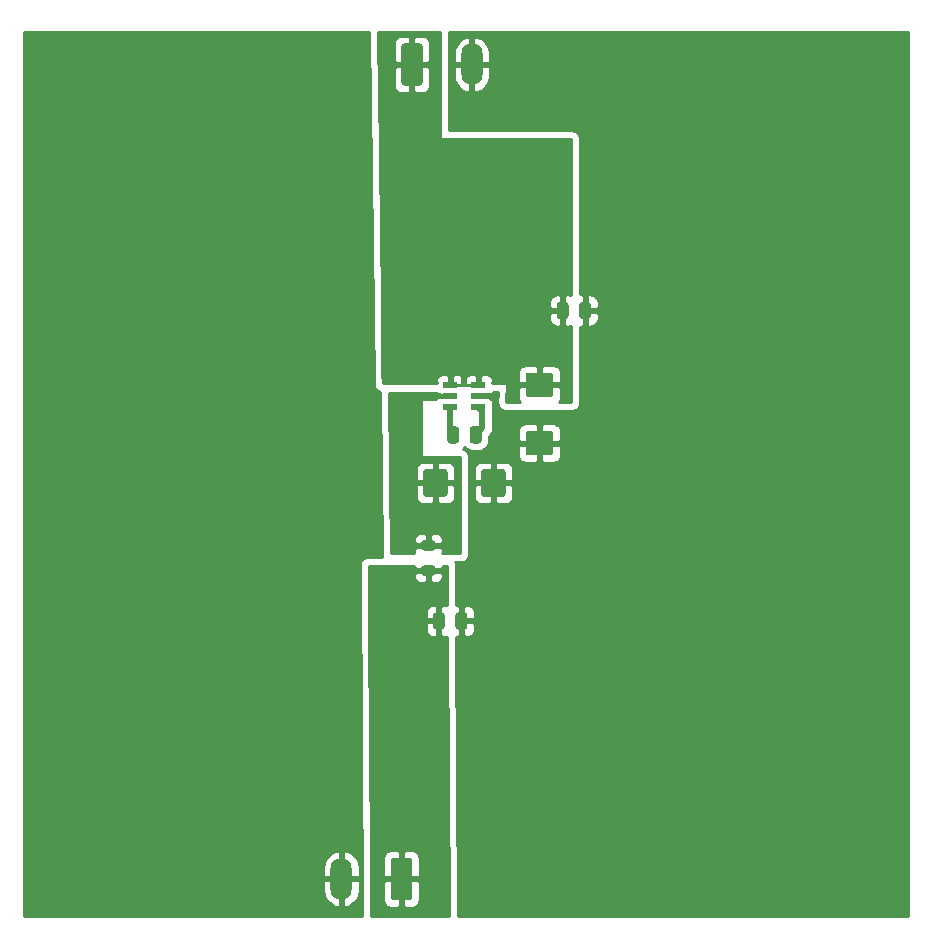
<source format=gbr>
%TF.GenerationSoftware,KiCad,Pcbnew,(5.1.9)-1*%
%TF.CreationDate,2021-03-17T18:47:33-04:00*%
%TF.ProjectId,InverterChargePump,496e7665-7274-4657-9243-686172676550,rev?*%
%TF.SameCoordinates,Original*%
%TF.FileFunction,Copper,L1,Top*%
%TF.FilePolarity,Positive*%
%FSLAX46Y46*%
G04 Gerber Fmt 4.6, Leading zero omitted, Abs format (unit mm)*
G04 Created by KiCad (PCBNEW (5.1.9)-1) date 2021-03-17 18:47:33*
%MOMM*%
%LPD*%
G01*
G04 APERTURE LIST*
%TA.AperFunction,SMDPad,CuDef*%
%ADD10R,1.240000X0.550000*%
%TD*%
%TA.AperFunction,ComponentPad*%
%ADD11O,1.800000X3.600000*%
%TD*%
%TA.AperFunction,ViaPad*%
%ADD12C,0.800000*%
%TD*%
%TA.AperFunction,ViaPad*%
%ADD13C,2.200000*%
%TD*%
%TA.AperFunction,Conductor*%
%ADD14C,0.500000*%
%TD*%
%TA.AperFunction,Conductor*%
%ADD15C,0.250000*%
%TD*%
%TA.AperFunction,Conductor*%
%ADD16C,0.254000*%
%TD*%
%TA.AperFunction,Conductor*%
%ADD17C,0.100000*%
%TD*%
G04 APERTURE END LIST*
%TO.P,L_HFBlock1,2*%
%TO.N,Net-(Cout1-Pad1)*%
%TA.AperFunction,SMDPad,CuDef*%
G36*
G01*
X131063750Y-106797000D02*
X131826250Y-106797000D01*
G75*
G02*
X132045000Y-107015750I0J-218750D01*
G01*
X132045000Y-107453250D01*
G75*
G02*
X131826250Y-107672000I-218750J0D01*
G01*
X131063750Y-107672000D01*
G75*
G02*
X130845000Y-107453250I0J218750D01*
G01*
X130845000Y-107015750D01*
G75*
G02*
X131063750Y-106797000I218750J0D01*
G01*
G37*
%TD.AperFunction*%
%TO.P,L_HFBlock1,1*%
%TO.N,/Vout*%
%TA.AperFunction,SMDPad,CuDef*%
G36*
G01*
X131063750Y-104672000D02*
X131826250Y-104672000D01*
G75*
G02*
X132045000Y-104890750I0J-218750D01*
G01*
X132045000Y-105328250D01*
G75*
G02*
X131826250Y-105547000I-218750J0D01*
G01*
X131063750Y-105547000D01*
G75*
G02*
X130845000Y-105328250I0J218750D01*
G01*
X130845000Y-104890750D01*
G75*
G02*
X131063750Y-104672000I218750J0D01*
G01*
G37*
%TD.AperFunction*%
%TD*%
%TO.P,Cout1,2*%
%TO.N,GND*%
%TA.AperFunction,SMDPad,CuDef*%
G36*
G01*
X133739000Y-111981000D02*
X133739000Y-111031000D01*
G75*
G02*
X133989000Y-110781000I250000J0D01*
G01*
X134489000Y-110781000D01*
G75*
G02*
X134739000Y-111031000I0J-250000D01*
G01*
X134739000Y-111981000D01*
G75*
G02*
X134489000Y-112231000I-250000J0D01*
G01*
X133989000Y-112231000D01*
G75*
G02*
X133739000Y-111981000I0J250000D01*
G01*
G37*
%TD.AperFunction*%
%TO.P,Cout1,1*%
%TO.N,Net-(Cout1-Pad1)*%
%TA.AperFunction,SMDPad,CuDef*%
G36*
G01*
X131839000Y-111981000D02*
X131839000Y-111031000D01*
G75*
G02*
X132089000Y-110781000I250000J0D01*
G01*
X132589000Y-110781000D01*
G75*
G02*
X132839000Y-111031000I0J-250000D01*
G01*
X132839000Y-111981000D01*
G75*
G02*
X132589000Y-112231000I-250000J0D01*
G01*
X132089000Y-112231000D01*
G75*
G02*
X131839000Y-111981000I0J250000D01*
G01*
G37*
%TD.AperFunction*%
%TD*%
%TO.P,Cin1,2*%
%TO.N,+5V*%
%TA.AperFunction,SMDPad,CuDef*%
G36*
G01*
X143314000Y-84742000D02*
X143314000Y-85692000D01*
G75*
G02*
X143064000Y-85942000I-250000J0D01*
G01*
X142564000Y-85942000D01*
G75*
G02*
X142314000Y-85692000I0J250000D01*
G01*
X142314000Y-84742000D01*
G75*
G02*
X142564000Y-84492000I250000J0D01*
G01*
X143064000Y-84492000D01*
G75*
G02*
X143314000Y-84742000I0J-250000D01*
G01*
G37*
%TD.AperFunction*%
%TO.P,Cin1,1*%
%TO.N,GND*%
%TA.AperFunction,SMDPad,CuDef*%
G36*
G01*
X145214000Y-84742000D02*
X145214000Y-85692000D01*
G75*
G02*
X144964000Y-85942000I-250000J0D01*
G01*
X144464000Y-85942000D01*
G75*
G02*
X144214000Y-85692000I0J250000D01*
G01*
X144214000Y-84742000D01*
G75*
G02*
X144464000Y-84492000I250000J0D01*
G01*
X144964000Y-84492000D01*
G75*
G02*
X145214000Y-84742000I0J-250000D01*
G01*
G37*
%TD.AperFunction*%
%TD*%
%TO.P,CC2,2*%
%TO.N,/Vout*%
%TA.AperFunction,SMDPad,CuDef*%
G36*
G01*
X133068000Y-98897000D02*
X133068000Y-100747000D01*
G75*
G02*
X132818000Y-100997000I-250000J0D01*
G01*
X131243000Y-100997000D01*
G75*
G02*
X130993000Y-100747000I0J250000D01*
G01*
X130993000Y-98897000D01*
G75*
G02*
X131243000Y-98647000I250000J0D01*
G01*
X132818000Y-98647000D01*
G75*
G02*
X133068000Y-98897000I0J-250000D01*
G01*
G37*
%TD.AperFunction*%
%TO.P,CC2,1*%
%TO.N,GND*%
%TA.AperFunction,SMDPad,CuDef*%
G36*
G01*
X137993000Y-98897000D02*
X137993000Y-100747000D01*
G75*
G02*
X137743000Y-100997000I-250000J0D01*
G01*
X136168000Y-100997000D01*
G75*
G02*
X135918000Y-100747000I0J250000D01*
G01*
X135918000Y-98897000D01*
G75*
G02*
X136168000Y-98647000I250000J0D01*
G01*
X137743000Y-98647000D01*
G75*
G02*
X137993000Y-98897000I0J-250000D01*
G01*
G37*
%TD.AperFunction*%
%TD*%
%TO.P,CC1,2*%
%TO.N,GND*%
%TA.AperFunction,SMDPad,CuDef*%
G36*
G01*
X139918000Y-95405000D02*
X141768000Y-95405000D01*
G75*
G02*
X142018000Y-95655000I0J-250000D01*
G01*
X142018000Y-97230000D01*
G75*
G02*
X141768000Y-97480000I-250000J0D01*
G01*
X139918000Y-97480000D01*
G75*
G02*
X139668000Y-97230000I0J250000D01*
G01*
X139668000Y-95655000D01*
G75*
G02*
X139918000Y-95405000I250000J0D01*
G01*
G37*
%TD.AperFunction*%
%TO.P,CC1,1*%
%TO.N,+5V*%
%TA.AperFunction,SMDPad,CuDef*%
G36*
G01*
X139918000Y-90480000D02*
X141768000Y-90480000D01*
G75*
G02*
X142018000Y-90730000I0J-250000D01*
G01*
X142018000Y-92305000D01*
G75*
G02*
X141768000Y-92555000I-250000J0D01*
G01*
X139918000Y-92555000D01*
G75*
G02*
X139668000Y-92305000I0J250000D01*
G01*
X139668000Y-90730000D01*
G75*
G02*
X139918000Y-90480000I250000J0D01*
G01*
G37*
%TD.AperFunction*%
%TD*%
D10*
%TO.P,U1,6*%
%TO.N,+5V*%
X135678000Y-91506000D03*
%TO.P,U1,5*%
%TO.N,GND*%
X135678000Y-92456000D03*
%TO.P,U1,4*%
%TO.N,/C-*%
X135678000Y-93406000D03*
%TO.P,U1,3*%
%TO.N,/C+*%
X133308000Y-93406000D03*
%TO.P,U1,2*%
%TO.N,/Vout*%
X133308000Y-92456000D03*
%TO.P,U1,1*%
%TO.N,+5V*%
X133308000Y-91506000D03*
%TD*%
D11*
%TO.P,JPower1,2*%
%TO.N,GND*%
X135128000Y-64389000D03*
%TO.P,JPower1,1*%
%TO.N,+5V*%
%TA.AperFunction,ComponentPad*%
G36*
G01*
X129148000Y-65939000D02*
X129148000Y-62839000D01*
G75*
G02*
X129398000Y-62589000I250000J0D01*
G01*
X130698000Y-62589000D01*
G75*
G02*
X130948000Y-62839000I0J-250000D01*
G01*
X130948000Y-65939000D01*
G75*
G02*
X130698000Y-66189000I-250000J0D01*
G01*
X129398000Y-66189000D01*
G75*
G02*
X129148000Y-65939000I0J250000D01*
G01*
G37*
%TD.AperFunction*%
%TD*%
%TO.P,JOUt1,2*%
%TO.N,GND*%
X124079000Y-133350000D03*
%TO.P,JOUt1,1*%
%TO.N,Net-(Cout1-Pad1)*%
%TA.AperFunction,ComponentPad*%
G36*
G01*
X130059000Y-131800000D02*
X130059000Y-134900000D01*
G75*
G02*
X129809000Y-135150000I-250000J0D01*
G01*
X128509000Y-135150000D01*
G75*
G02*
X128259000Y-134900000I0J250000D01*
G01*
X128259000Y-131800000D01*
G75*
G02*
X128509000Y-131550000I250000J0D01*
G01*
X129809000Y-131550000D01*
G75*
G02*
X130059000Y-131800000I0J-250000D01*
G01*
G37*
%TD.AperFunction*%
%TD*%
%TO.P,C1,2*%
%TO.N,/C-*%
%TA.AperFunction,SMDPad,CuDef*%
G36*
G01*
X134943000Y-96233000D02*
X134943000Y-95283000D01*
G75*
G02*
X135193000Y-95033000I250000J0D01*
G01*
X135693000Y-95033000D01*
G75*
G02*
X135943000Y-95283000I0J-250000D01*
G01*
X135943000Y-96233000D01*
G75*
G02*
X135693000Y-96483000I-250000J0D01*
G01*
X135193000Y-96483000D01*
G75*
G02*
X134943000Y-96233000I0J250000D01*
G01*
G37*
%TD.AperFunction*%
%TO.P,C1,1*%
%TO.N,/C+*%
%TA.AperFunction,SMDPad,CuDef*%
G36*
G01*
X133043000Y-96233000D02*
X133043000Y-95283000D01*
G75*
G02*
X133293000Y-95033000I250000J0D01*
G01*
X133793000Y-95033000D01*
G75*
G02*
X134043000Y-95283000I0J-250000D01*
G01*
X134043000Y-96233000D01*
G75*
G02*
X133793000Y-96483000I-250000J0D01*
G01*
X133293000Y-96483000D01*
G75*
G02*
X133043000Y-96233000I0J250000D01*
G01*
G37*
%TD.AperFunction*%
%TD*%
D12*
%TO.N,GND*%
X98494999Y-67081500D03*
X98494999Y-71081500D03*
X98494999Y-75081500D03*
X98494999Y-79081500D03*
X98494999Y-83081500D03*
X98494999Y-87081500D03*
X98494999Y-91081500D03*
X98494999Y-95081500D03*
X98494999Y-99081500D03*
X98494999Y-103081500D03*
X98494999Y-107081500D03*
X98494999Y-111081500D03*
X98494999Y-115081500D03*
X98494999Y-119081500D03*
X98494999Y-123081500D03*
X98494999Y-127081500D03*
X98494999Y-131081500D03*
X100494999Y-65081500D03*
X100494999Y-69081500D03*
X100494999Y-73081500D03*
X100494999Y-77081500D03*
X100494999Y-81081500D03*
X100494999Y-85081500D03*
X100494999Y-89081500D03*
X100494999Y-93081500D03*
X100494999Y-97081500D03*
X100494999Y-101081500D03*
X100494999Y-105081500D03*
X100494999Y-109081500D03*
X100494999Y-113081500D03*
X100494999Y-117081500D03*
X100494999Y-121081500D03*
X100494999Y-125081500D03*
X100494999Y-129081500D03*
X100494999Y-133081500D03*
X102494999Y-63081500D03*
X102494999Y-67081500D03*
X102494999Y-71081500D03*
X102494999Y-75081500D03*
X102494999Y-79081500D03*
X102494999Y-83081500D03*
X102494999Y-87081500D03*
X102494999Y-91081500D03*
X102494999Y-95081500D03*
X102494999Y-99081500D03*
X102494999Y-103081500D03*
X102494999Y-107081500D03*
X102494999Y-111081500D03*
X102494999Y-115081500D03*
X102494999Y-119081500D03*
X102494999Y-123081500D03*
X102494999Y-127081500D03*
X102494999Y-131081500D03*
X102494999Y-135081500D03*
X104494999Y-65081500D03*
X104494999Y-69081500D03*
X104494999Y-73081500D03*
X104494999Y-77081500D03*
X104494999Y-81081500D03*
X104494999Y-85081500D03*
X104494999Y-89081500D03*
X104494999Y-93081500D03*
X104494999Y-97081500D03*
X104494999Y-101081500D03*
X104494999Y-105081500D03*
X104494999Y-109081500D03*
X104494999Y-113081500D03*
X104494999Y-117081500D03*
X104494999Y-121081500D03*
X104494999Y-125081500D03*
X104494999Y-129081500D03*
X104494999Y-133081500D03*
X106494999Y-63081500D03*
X106494999Y-67081500D03*
X106494999Y-71081500D03*
X106494999Y-75081500D03*
X106494999Y-79081500D03*
X106494999Y-83081500D03*
X106494999Y-87081500D03*
X106494999Y-91081500D03*
X106494999Y-95081500D03*
X106494999Y-99081500D03*
X106494999Y-103081500D03*
X106494999Y-107081500D03*
X106494999Y-111081500D03*
X106494999Y-115081500D03*
X106494999Y-119081500D03*
X106494999Y-123081500D03*
X106494999Y-127081500D03*
X106494999Y-131081500D03*
X106494999Y-135081500D03*
X108494999Y-65081500D03*
X108494999Y-69081500D03*
X108494999Y-73081500D03*
X108494999Y-77081500D03*
X108494999Y-81081500D03*
X108494999Y-85081500D03*
X108494999Y-89081500D03*
X108494999Y-93081500D03*
X108494999Y-97081500D03*
X108494999Y-101081500D03*
X108494999Y-105081500D03*
X108494999Y-109081500D03*
X108494999Y-113081500D03*
X108494999Y-117081500D03*
X108494999Y-121081500D03*
X108494999Y-125081500D03*
X108494999Y-129081500D03*
X108494999Y-133081500D03*
X110494999Y-63081500D03*
X110494999Y-67081500D03*
X110494999Y-71081500D03*
X110494999Y-75081500D03*
X110494999Y-79081500D03*
X110494999Y-83081500D03*
X110494999Y-87081500D03*
X110494999Y-91081500D03*
X110494999Y-95081500D03*
X110494999Y-99081500D03*
X110494999Y-103081500D03*
X110494999Y-107081500D03*
X110494999Y-111081500D03*
X110494999Y-115081500D03*
X110494999Y-119081500D03*
X110494999Y-123081500D03*
X110494999Y-127081500D03*
X110494999Y-131081500D03*
X110494999Y-135081500D03*
X112494999Y-65081500D03*
X112494999Y-69081500D03*
X112494999Y-73081500D03*
X112494999Y-77081500D03*
X112494999Y-81081500D03*
X112494999Y-85081500D03*
X112494999Y-89081500D03*
X112494999Y-93081500D03*
X112494999Y-97081500D03*
X112494999Y-101081500D03*
X112494999Y-105081500D03*
X112494999Y-109081500D03*
X112494999Y-113081500D03*
X112494999Y-117081500D03*
X112494999Y-121081500D03*
X112494999Y-125081500D03*
X112494999Y-129081500D03*
X112494999Y-133081500D03*
X114494999Y-63081500D03*
X114494999Y-67081500D03*
X114494999Y-71081500D03*
X114494999Y-75081500D03*
X114494999Y-79081500D03*
X114494999Y-83081500D03*
X114494999Y-87081500D03*
X114494999Y-91081500D03*
X114494999Y-95081500D03*
X114494999Y-99081500D03*
X114494999Y-103081500D03*
X114494999Y-107081500D03*
X114494999Y-111081500D03*
X114494999Y-115081500D03*
X114494999Y-119081500D03*
X114494999Y-123081500D03*
X114494999Y-127081500D03*
X114494999Y-131081500D03*
X114494999Y-135081500D03*
X116494999Y-65081500D03*
X116494999Y-69081500D03*
X116494999Y-73081500D03*
X116494999Y-77081500D03*
X116494999Y-81081500D03*
X116494999Y-85081500D03*
X116494999Y-89081500D03*
X116494999Y-93081500D03*
X116494999Y-97081500D03*
X116494999Y-101081500D03*
X116494999Y-105081500D03*
X116494999Y-109081500D03*
X116494999Y-113081500D03*
X116494999Y-117081500D03*
X116494999Y-121081500D03*
X116494999Y-125081500D03*
X116494999Y-129081500D03*
X116494999Y-133081500D03*
X118494999Y-63081500D03*
X118494999Y-67081500D03*
X118494999Y-71081500D03*
X118494999Y-75081500D03*
X118494999Y-79081500D03*
X118494999Y-83081500D03*
X118494999Y-87081500D03*
X118494999Y-91081500D03*
X118494999Y-95081500D03*
X118494999Y-99081500D03*
X118494999Y-103081500D03*
X118494999Y-107081500D03*
X118494999Y-111081500D03*
X118494999Y-115081500D03*
X118494999Y-119081500D03*
X118494999Y-123081500D03*
X118494999Y-127081500D03*
X118494999Y-131081500D03*
X118494999Y-135081500D03*
X120494999Y-65081500D03*
X120494999Y-69081500D03*
X120494999Y-73081500D03*
X120494999Y-77081500D03*
X120494999Y-81081500D03*
X120494999Y-85081500D03*
X120494999Y-89081500D03*
X120494999Y-93081500D03*
X120494999Y-97081500D03*
X120494999Y-101081500D03*
X120494999Y-105081500D03*
X120494999Y-109081500D03*
X120494999Y-113081500D03*
X120494999Y-117081500D03*
X120494999Y-121081500D03*
X120494999Y-125081500D03*
X120494999Y-129081500D03*
X120494999Y-133081500D03*
X122494999Y-63081500D03*
X122494999Y-67081500D03*
X122494999Y-71081500D03*
X122494999Y-75081500D03*
X122494999Y-79081500D03*
X122494999Y-83081500D03*
X122494999Y-87081500D03*
X122494999Y-91081500D03*
X122494999Y-95081500D03*
X122494999Y-99081500D03*
X122494999Y-103081500D03*
X122494999Y-107081500D03*
X122494999Y-111081500D03*
X122494999Y-115081500D03*
X122494999Y-119081500D03*
X122494999Y-123081500D03*
X122494999Y-127081500D03*
X124494999Y-65081500D03*
X124494999Y-69081500D03*
X124494999Y-73081500D03*
X124494999Y-77081500D03*
X124494999Y-81081500D03*
X124494999Y-85081500D03*
X124494999Y-89081500D03*
X124494999Y-93081500D03*
X124494999Y-97081500D03*
X124494999Y-101081500D03*
X124494999Y-105081500D03*
X124494999Y-109081500D03*
X124494999Y-113081500D03*
X124494999Y-117081500D03*
X124494999Y-121081500D03*
X124494999Y-125081500D03*
X124494999Y-129081500D03*
X126494999Y-95081500D03*
X126494999Y-99081500D03*
X126494999Y-103081500D03*
X134494999Y-68081500D03*
X134494999Y-107081500D03*
X134494999Y-114081500D03*
X134494999Y-118081500D03*
X134494999Y-122081500D03*
X134494999Y-126081500D03*
X134494999Y-130081500D03*
X134494999Y-134081500D03*
X135494999Y-102081500D03*
X136494999Y-105081500D03*
X136494999Y-109081500D03*
X136494999Y-116081500D03*
X136494999Y-120081500D03*
X136494999Y-124081500D03*
X136494999Y-128081500D03*
X136494999Y-132081500D03*
X137494999Y-67081500D03*
X137494999Y-94081500D03*
X137494999Y-112081500D03*
X137494999Y-135081500D03*
X138494999Y-63081500D03*
X138494999Y-97081500D03*
X138494999Y-103081500D03*
X138494999Y-107081500D03*
X138494999Y-118081500D03*
X138494999Y-122081500D03*
X138494999Y-126081500D03*
X138494999Y-130081500D03*
X139494999Y-69081500D03*
X139494999Y-100081500D03*
X139494999Y-110081500D03*
X139494999Y-114081500D03*
X139494999Y-133081500D03*
X140494999Y-65081500D03*
X140494999Y-105081500D03*
X140494999Y-120081500D03*
X140494999Y-124081500D03*
X140494999Y-128081500D03*
X141494999Y-94081500D03*
X141494999Y-102081500D03*
X141494999Y-108081500D03*
X141494999Y-112081500D03*
X141494999Y-116081500D03*
X141494999Y-131081500D03*
X141494999Y-135081500D03*
X142494999Y-63081500D03*
X142494999Y-67081500D03*
X142494999Y-99081500D03*
X142494999Y-122081500D03*
X142494999Y-126081500D03*
X143494999Y-96081500D03*
X143494999Y-104081500D03*
X143494999Y-110081500D03*
X143494999Y-114081500D03*
X143494999Y-118081500D03*
X143494999Y-129081500D03*
X143494999Y-133081500D03*
X144494999Y-65081500D03*
X144494999Y-69081500D03*
X144494999Y-101081500D03*
X144494999Y-107081500D03*
X144494999Y-124081500D03*
X145494999Y-72081500D03*
X145494999Y-76081500D03*
X145494999Y-80081500D03*
X145494999Y-87081500D03*
X145494999Y-91081500D03*
X145494999Y-98081500D03*
X145494999Y-112081500D03*
X145494999Y-116081500D03*
X145494999Y-120081500D03*
X145494999Y-127081500D03*
X145494999Y-131081500D03*
X145494999Y-135081500D03*
X146494999Y-63081500D03*
X146494999Y-67081500D03*
X146494999Y-83081500D03*
X146494999Y-94081500D03*
X146494999Y-103081500D03*
X146494999Y-109081500D03*
X147494999Y-70081500D03*
X147494999Y-74081500D03*
X147494999Y-78081500D03*
X147494999Y-89081500D03*
X147494999Y-100081500D03*
X147494999Y-106081500D03*
X147494999Y-114081500D03*
X147494999Y-118081500D03*
X147494999Y-122081500D03*
X147494999Y-129081500D03*
X147494999Y-133081500D03*
X148494999Y-65081500D03*
X148494999Y-81081500D03*
X148494999Y-85081500D03*
X148494999Y-92081500D03*
X148494999Y-96081500D03*
X148494999Y-111081500D03*
X148494999Y-125081500D03*
X149494999Y-68081500D03*
X149494999Y-72081500D03*
X149494999Y-76081500D03*
X149494999Y-102081500D03*
X149494999Y-108081500D03*
X149494999Y-116081500D03*
X149494999Y-120081500D03*
X149494999Y-131081500D03*
X149494999Y-135081500D03*
X150494999Y-63081500D03*
X150494999Y-79081500D03*
X150494999Y-83081500D03*
X150494999Y-87081500D03*
X150494999Y-94081500D03*
X150494999Y-98081500D03*
X150494999Y-105081500D03*
X150494999Y-113081500D03*
X150494999Y-123081500D03*
X150494999Y-127081500D03*
X151494999Y-66081500D03*
X151494999Y-70081500D03*
X151494999Y-74081500D03*
X151494999Y-90081500D03*
X151494999Y-110081500D03*
X151494999Y-118081500D03*
X151494999Y-133081500D03*
X152494999Y-77081500D03*
X152494999Y-81081500D03*
X152494999Y-85081500D03*
X152494999Y-96081500D03*
X152494999Y-100081500D03*
X152494999Y-107081500D03*
X152494999Y-115081500D03*
X152494999Y-121081500D03*
X152494999Y-125081500D03*
X152494999Y-129081500D03*
X153494999Y-64081500D03*
X153494999Y-68081500D03*
X153494999Y-72081500D03*
X153494999Y-88081500D03*
X153494999Y-92081500D03*
X153494999Y-103081500D03*
X153494999Y-112081500D03*
X153494999Y-135081500D03*
X154494999Y-75081500D03*
X154494999Y-79081500D03*
X154494999Y-83081500D03*
X154494999Y-98081500D03*
X154494999Y-109081500D03*
X154494999Y-117081500D03*
X154494999Y-123081500D03*
X154494999Y-127081500D03*
X154494999Y-131081500D03*
X155494999Y-66081500D03*
X155494999Y-70081500D03*
X155494999Y-86081500D03*
X155494999Y-90081500D03*
X155494999Y-94081500D03*
X155494999Y-101081500D03*
X155494999Y-105081500D03*
X155494999Y-114081500D03*
X155494999Y-120081500D03*
X156494999Y-63081500D03*
X156494999Y-73081500D03*
X156494999Y-77081500D03*
X156494999Y-81081500D03*
X156494999Y-111081500D03*
X156494999Y-125081500D03*
X156494999Y-129081500D03*
X156494999Y-133081500D03*
X157494999Y-68081500D03*
X157494999Y-84081500D03*
X157494999Y-88081500D03*
X157494999Y-92081500D03*
X157494999Y-96081500D03*
X157494999Y-103081500D03*
X157494999Y-107081500D03*
X157494999Y-116081500D03*
X157494999Y-122081500D03*
X158494999Y-65081500D03*
X158494999Y-71081500D03*
X158494999Y-75081500D03*
X158494999Y-79081500D03*
X158494999Y-99081500D03*
X158494999Y-113081500D03*
X158494999Y-119081500D03*
X158494999Y-127081500D03*
X158494999Y-131081500D03*
X158494999Y-135081500D03*
X159494999Y-82081500D03*
X159494999Y-86081500D03*
X159494999Y-90081500D03*
X159494999Y-94081500D03*
X159494999Y-105081500D03*
X159494999Y-109081500D03*
X159494999Y-124081500D03*
X160494999Y-63081500D03*
X160494999Y-67081500D03*
X160494999Y-73081500D03*
X160494999Y-77081500D03*
X160494999Y-97081500D03*
X160494999Y-101081500D03*
X160494999Y-115081500D03*
X160494999Y-121081500D03*
X160494999Y-129081500D03*
X160494999Y-133081500D03*
X161494999Y-70081500D03*
X161494999Y-80081500D03*
X161494999Y-84081500D03*
X161494999Y-88081500D03*
X161494999Y-92081500D03*
X161494999Y-107081500D03*
X161494999Y-111081500D03*
X161494999Y-118081500D03*
X161494999Y-126081500D03*
X162494999Y-65081500D03*
X162494999Y-75081500D03*
X162494999Y-95081500D03*
X162494999Y-99081500D03*
X162494999Y-103081500D03*
X162494999Y-123081500D03*
X162494999Y-131081500D03*
X162494999Y-135081500D03*
X163494999Y-68081500D03*
X163494999Y-72081500D03*
X163494999Y-78081500D03*
X163494999Y-82081500D03*
X163494999Y-86081500D03*
X163494999Y-90081500D03*
X163494999Y-109081500D03*
X163494999Y-113081500D03*
X163494999Y-120081500D03*
X163494999Y-128081500D03*
X164494999Y-63081500D03*
X164494999Y-93081500D03*
X164494999Y-97081500D03*
X164494999Y-101081500D03*
X164494999Y-105081500D03*
X164494999Y-116081500D03*
X164494999Y-125081500D03*
X164494999Y-133081500D03*
X165494999Y-66081500D03*
X165494999Y-70081500D03*
X165494999Y-74081500D03*
X165494999Y-80081500D03*
X165494999Y-84081500D03*
X165494999Y-88081500D03*
X165494999Y-111081500D03*
X165494999Y-122081500D03*
X165494999Y-130081500D03*
X166494999Y-77081500D03*
X166494999Y-91081500D03*
X166494999Y-95081500D03*
X166494999Y-99081500D03*
X166494999Y-103081500D03*
X166494999Y-107081500D03*
X166494999Y-114081500D03*
X166494999Y-118081500D03*
X166494999Y-127081500D03*
X166494999Y-135081500D03*
X167494999Y-64081500D03*
X167494999Y-68081500D03*
X167494999Y-72081500D03*
X167494999Y-82081500D03*
X167494999Y-86081500D03*
X167494999Y-124081500D03*
X167494999Y-132081500D03*
X168494999Y-75081500D03*
X168494999Y-79081500D03*
X168494999Y-89081500D03*
X168494999Y-93081500D03*
X168494999Y-97081500D03*
X168494999Y-101081500D03*
X168494999Y-105081500D03*
X168494999Y-109081500D03*
X168494999Y-116081500D03*
X168494999Y-120081500D03*
X168494999Y-129081500D03*
X169494999Y-66081500D03*
X169494999Y-70081500D03*
X169494999Y-84081500D03*
X169494999Y-112081500D03*
X169494999Y-126081500D03*
X170494999Y-73081500D03*
X170494999Y-77081500D03*
X170494999Y-81081500D03*
X170494999Y-87081500D03*
X170494999Y-91081500D03*
X170494999Y-95081500D03*
X170494999Y-99081500D03*
X170494999Y-103081500D03*
X170494999Y-107081500D03*
X170494999Y-118081500D03*
X170494999Y-122081500D03*
X170494999Y-131081500D03*
D13*
X99060000Y-134620000D03*
X99060000Y-63500000D03*
X170180000Y-63500000D03*
X170180000Y-134620000D03*
%TD*%
D14*
%TO.N,+5V*%
X134493000Y-90170000D02*
X134493000Y-91440000D01*
D15*
X133308000Y-91506000D02*
X133308000Y-90712000D01*
X135678000Y-91506000D02*
X135678000Y-90822000D01*
X135678000Y-91506000D02*
X133296000Y-91506000D01*
X133296000Y-91506000D02*
X133290000Y-91500000D01*
D14*
%TO.N,GND*%
X135678000Y-92456000D02*
X135636000Y-92456000D01*
X135636000Y-92456000D02*
X136652000Y-92456000D01*
X136652000Y-92456000D02*
X136906000Y-92710000D01*
%TO.N,/C-*%
X135443000Y-95758000D02*
X136017000Y-95184000D01*
X136017000Y-95184000D02*
X136017000Y-93726000D01*
X136017000Y-93726000D02*
X135763000Y-93472000D01*
%TO.N,/C+*%
X133308000Y-93406000D02*
X133308000Y-95335000D01*
X133308000Y-95335000D02*
X133731000Y-95758000D01*
%TD*%
D16*
%TO.N,+5V*%
X132461000Y-70612000D02*
X132463440Y-70636776D01*
X132470667Y-70660601D01*
X132482403Y-70682557D01*
X132498197Y-70701803D01*
X132517443Y-70717597D01*
X132539399Y-70729333D01*
X132563224Y-70736560D01*
X132588000Y-70739000D01*
X143510000Y-70739000D01*
X143510000Y-83887883D01*
X143438482Y-83866188D01*
X143314000Y-83853928D01*
X143099750Y-83857000D01*
X142941000Y-84015750D01*
X142941000Y-85090000D01*
X142961000Y-85090000D01*
X142961000Y-85344000D01*
X142941000Y-85344000D01*
X142941000Y-86418250D01*
X143099750Y-86577000D01*
X143314000Y-86580072D01*
X143438482Y-86567812D01*
X143510000Y-86546117D01*
X143510000Y-92964000D01*
X142503805Y-92964000D01*
X142548537Y-92909494D01*
X142607502Y-92799180D01*
X142643812Y-92679482D01*
X142656072Y-92555000D01*
X142653000Y-91803250D01*
X142494250Y-91644500D01*
X140970000Y-91644500D01*
X140970000Y-91664500D01*
X140716000Y-91664500D01*
X140716000Y-91644500D01*
X139191750Y-91644500D01*
X139033000Y-91803250D01*
X139029928Y-92555000D01*
X139042188Y-92679482D01*
X139078498Y-92799180D01*
X139137463Y-92909494D01*
X139182195Y-92964000D01*
X138053666Y-92964000D01*
X138107417Y-91474580D01*
X138105872Y-91449732D01*
X138099509Y-91425662D01*
X138088573Y-91403297D01*
X138073483Y-91383495D01*
X138054820Y-91367017D01*
X138033301Y-91354496D01*
X138009753Y-91346415D01*
X137980500Y-91343000D01*
X136810250Y-91343000D01*
X136933000Y-91220250D01*
X136923088Y-91102932D01*
X136886092Y-90983445D01*
X136826496Y-90873470D01*
X136746591Y-90777236D01*
X136649446Y-90698439D01*
X136538796Y-90640108D01*
X136418892Y-90604485D01*
X136294342Y-90592938D01*
X135963750Y-90596000D01*
X135805000Y-90754750D01*
X135805000Y-91343000D01*
X135551000Y-91343000D01*
X135551000Y-90754750D01*
X135392250Y-90596000D01*
X135061658Y-90592938D01*
X134937108Y-90604485D01*
X134817204Y-90640108D01*
X134706554Y-90698439D01*
X134609409Y-90777236D01*
X134529504Y-90873470D01*
X134493000Y-90940832D01*
X134456496Y-90873470D01*
X134376591Y-90777236D01*
X134279446Y-90698439D01*
X134168796Y-90640108D01*
X134048892Y-90604485D01*
X133924342Y-90592938D01*
X133593750Y-90596000D01*
X133435000Y-90754750D01*
X133435000Y-91343000D01*
X133181000Y-91343000D01*
X133181000Y-90754750D01*
X133022250Y-90596000D01*
X132691658Y-90592938D01*
X132567108Y-90604485D01*
X132447204Y-90640108D01*
X132336554Y-90698439D01*
X132239409Y-90777236D01*
X132159504Y-90873470D01*
X132099908Y-90983445D01*
X132062912Y-91102932D01*
X132053000Y-91220250D01*
X132175750Y-91343000D01*
X127564938Y-91343000D01*
X127554259Y-90480000D01*
X139029928Y-90480000D01*
X139033000Y-91231750D01*
X139191750Y-91390500D01*
X140716000Y-91390500D01*
X140716000Y-90003750D01*
X140970000Y-90003750D01*
X140970000Y-91390500D01*
X142494250Y-91390500D01*
X142653000Y-91231750D01*
X142656072Y-90480000D01*
X142643812Y-90355518D01*
X142607502Y-90235820D01*
X142548537Y-90125506D01*
X142469185Y-90028815D01*
X142372494Y-89949463D01*
X142262180Y-89890498D01*
X142142482Y-89854188D01*
X142018000Y-89841928D01*
X141128750Y-89845000D01*
X140970000Y-90003750D01*
X140716000Y-90003750D01*
X140557250Y-89845000D01*
X139668000Y-89841928D01*
X139543518Y-89854188D01*
X139423820Y-89890498D01*
X139313506Y-89949463D01*
X139216815Y-90028815D01*
X139137463Y-90125506D01*
X139078498Y-90235820D01*
X139042188Y-90355518D01*
X139029928Y-90480000D01*
X127554259Y-90480000D01*
X127498100Y-85942000D01*
X141675928Y-85942000D01*
X141688188Y-86066482D01*
X141724498Y-86186180D01*
X141783463Y-86296494D01*
X141862815Y-86393185D01*
X141959506Y-86472537D01*
X142069820Y-86531502D01*
X142189518Y-86567812D01*
X142314000Y-86580072D01*
X142528250Y-86577000D01*
X142687000Y-86418250D01*
X142687000Y-85344000D01*
X141837750Y-85344000D01*
X141679000Y-85502750D01*
X141675928Y-85942000D01*
X127498100Y-85942000D01*
X127480156Y-84492000D01*
X141675928Y-84492000D01*
X141679000Y-84931250D01*
X141837750Y-85090000D01*
X142687000Y-85090000D01*
X142687000Y-84015750D01*
X142528250Y-83857000D01*
X142314000Y-83853928D01*
X142189518Y-83866188D01*
X142069820Y-83902498D01*
X141959506Y-83961463D01*
X141862815Y-84040815D01*
X141783463Y-84137506D01*
X141724498Y-84247820D01*
X141688188Y-84367518D01*
X141675928Y-84492000D01*
X127480156Y-84492000D01*
X127253649Y-66189000D01*
X128509928Y-66189000D01*
X128522188Y-66313482D01*
X128558498Y-66433180D01*
X128617463Y-66543494D01*
X128696815Y-66640185D01*
X128793506Y-66719537D01*
X128903820Y-66778502D01*
X129023518Y-66814812D01*
X129148000Y-66827072D01*
X129762250Y-66824000D01*
X129921000Y-66665250D01*
X129921000Y-64516000D01*
X130175000Y-64516000D01*
X130175000Y-66665250D01*
X130333750Y-66824000D01*
X130948000Y-66827072D01*
X131072482Y-66814812D01*
X131192180Y-66778502D01*
X131302494Y-66719537D01*
X131399185Y-66640185D01*
X131478537Y-66543494D01*
X131537502Y-66433180D01*
X131573812Y-66313482D01*
X131586072Y-66189000D01*
X131583000Y-64674750D01*
X131424250Y-64516000D01*
X130175000Y-64516000D01*
X129921000Y-64516000D01*
X128671750Y-64516000D01*
X128513000Y-64674750D01*
X128509928Y-66189000D01*
X127253649Y-66189000D01*
X127209097Y-62589000D01*
X128509928Y-62589000D01*
X128513000Y-64103250D01*
X128671750Y-64262000D01*
X129921000Y-64262000D01*
X129921000Y-62112750D01*
X130175000Y-62112750D01*
X130175000Y-64262000D01*
X131424250Y-64262000D01*
X131583000Y-64103250D01*
X131586072Y-62589000D01*
X131573812Y-62464518D01*
X131537502Y-62344820D01*
X131478537Y-62234506D01*
X131399185Y-62137815D01*
X131302494Y-62058463D01*
X131192180Y-61999498D01*
X131072482Y-61963188D01*
X130948000Y-61950928D01*
X130333750Y-61954000D01*
X130175000Y-62112750D01*
X129921000Y-62112750D01*
X129762250Y-61954000D01*
X129148000Y-61950928D01*
X129023518Y-61963188D01*
X128903820Y-61999498D01*
X128793506Y-62058463D01*
X128696815Y-62137815D01*
X128617463Y-62234506D01*
X128558498Y-62344820D01*
X128522188Y-62464518D01*
X128509928Y-62589000D01*
X127209097Y-62589000D01*
X127197105Y-61620000D01*
X132461000Y-61620000D01*
X132461000Y-70612000D01*
%TA.AperFunction,Conductor*%
D17*
G36*
X132461000Y-70612000D02*
G01*
X132463440Y-70636776D01*
X132470667Y-70660601D01*
X132482403Y-70682557D01*
X132498197Y-70701803D01*
X132517443Y-70717597D01*
X132539399Y-70729333D01*
X132563224Y-70736560D01*
X132588000Y-70739000D01*
X143510000Y-70739000D01*
X143510000Y-83887883D01*
X143438482Y-83866188D01*
X143314000Y-83853928D01*
X143099750Y-83857000D01*
X142941000Y-84015750D01*
X142941000Y-85090000D01*
X142961000Y-85090000D01*
X142961000Y-85344000D01*
X142941000Y-85344000D01*
X142941000Y-86418250D01*
X143099750Y-86577000D01*
X143314000Y-86580072D01*
X143438482Y-86567812D01*
X143510000Y-86546117D01*
X143510000Y-92964000D01*
X142503805Y-92964000D01*
X142548537Y-92909494D01*
X142607502Y-92799180D01*
X142643812Y-92679482D01*
X142656072Y-92555000D01*
X142653000Y-91803250D01*
X142494250Y-91644500D01*
X140970000Y-91644500D01*
X140970000Y-91664500D01*
X140716000Y-91664500D01*
X140716000Y-91644500D01*
X139191750Y-91644500D01*
X139033000Y-91803250D01*
X139029928Y-92555000D01*
X139042188Y-92679482D01*
X139078498Y-92799180D01*
X139137463Y-92909494D01*
X139182195Y-92964000D01*
X138053666Y-92964000D01*
X138107417Y-91474580D01*
X138105872Y-91449732D01*
X138099509Y-91425662D01*
X138088573Y-91403297D01*
X138073483Y-91383495D01*
X138054820Y-91367017D01*
X138033301Y-91354496D01*
X138009753Y-91346415D01*
X137980500Y-91343000D01*
X136810250Y-91343000D01*
X136933000Y-91220250D01*
X136923088Y-91102932D01*
X136886092Y-90983445D01*
X136826496Y-90873470D01*
X136746591Y-90777236D01*
X136649446Y-90698439D01*
X136538796Y-90640108D01*
X136418892Y-90604485D01*
X136294342Y-90592938D01*
X135963750Y-90596000D01*
X135805000Y-90754750D01*
X135805000Y-91343000D01*
X135551000Y-91343000D01*
X135551000Y-90754750D01*
X135392250Y-90596000D01*
X135061658Y-90592938D01*
X134937108Y-90604485D01*
X134817204Y-90640108D01*
X134706554Y-90698439D01*
X134609409Y-90777236D01*
X134529504Y-90873470D01*
X134493000Y-90940832D01*
X134456496Y-90873470D01*
X134376591Y-90777236D01*
X134279446Y-90698439D01*
X134168796Y-90640108D01*
X134048892Y-90604485D01*
X133924342Y-90592938D01*
X133593750Y-90596000D01*
X133435000Y-90754750D01*
X133435000Y-91343000D01*
X133181000Y-91343000D01*
X133181000Y-90754750D01*
X133022250Y-90596000D01*
X132691658Y-90592938D01*
X132567108Y-90604485D01*
X132447204Y-90640108D01*
X132336554Y-90698439D01*
X132239409Y-90777236D01*
X132159504Y-90873470D01*
X132099908Y-90983445D01*
X132062912Y-91102932D01*
X132053000Y-91220250D01*
X132175750Y-91343000D01*
X127564938Y-91343000D01*
X127554259Y-90480000D01*
X139029928Y-90480000D01*
X139033000Y-91231750D01*
X139191750Y-91390500D01*
X140716000Y-91390500D01*
X140716000Y-90003750D01*
X140970000Y-90003750D01*
X140970000Y-91390500D01*
X142494250Y-91390500D01*
X142653000Y-91231750D01*
X142656072Y-90480000D01*
X142643812Y-90355518D01*
X142607502Y-90235820D01*
X142548537Y-90125506D01*
X142469185Y-90028815D01*
X142372494Y-89949463D01*
X142262180Y-89890498D01*
X142142482Y-89854188D01*
X142018000Y-89841928D01*
X141128750Y-89845000D01*
X140970000Y-90003750D01*
X140716000Y-90003750D01*
X140557250Y-89845000D01*
X139668000Y-89841928D01*
X139543518Y-89854188D01*
X139423820Y-89890498D01*
X139313506Y-89949463D01*
X139216815Y-90028815D01*
X139137463Y-90125506D01*
X139078498Y-90235820D01*
X139042188Y-90355518D01*
X139029928Y-90480000D01*
X127554259Y-90480000D01*
X127498100Y-85942000D01*
X141675928Y-85942000D01*
X141688188Y-86066482D01*
X141724498Y-86186180D01*
X141783463Y-86296494D01*
X141862815Y-86393185D01*
X141959506Y-86472537D01*
X142069820Y-86531502D01*
X142189518Y-86567812D01*
X142314000Y-86580072D01*
X142528250Y-86577000D01*
X142687000Y-86418250D01*
X142687000Y-85344000D01*
X141837750Y-85344000D01*
X141679000Y-85502750D01*
X141675928Y-85942000D01*
X127498100Y-85942000D01*
X127480156Y-84492000D01*
X141675928Y-84492000D01*
X141679000Y-84931250D01*
X141837750Y-85090000D01*
X142687000Y-85090000D01*
X142687000Y-84015750D01*
X142528250Y-83857000D01*
X142314000Y-83853928D01*
X142189518Y-83866188D01*
X142069820Y-83902498D01*
X141959506Y-83961463D01*
X141862815Y-84040815D01*
X141783463Y-84137506D01*
X141724498Y-84247820D01*
X141688188Y-84367518D01*
X141675928Y-84492000D01*
X127480156Y-84492000D01*
X127253649Y-66189000D01*
X128509928Y-66189000D01*
X128522188Y-66313482D01*
X128558498Y-66433180D01*
X128617463Y-66543494D01*
X128696815Y-66640185D01*
X128793506Y-66719537D01*
X128903820Y-66778502D01*
X129023518Y-66814812D01*
X129148000Y-66827072D01*
X129762250Y-66824000D01*
X129921000Y-66665250D01*
X129921000Y-64516000D01*
X130175000Y-64516000D01*
X130175000Y-66665250D01*
X130333750Y-66824000D01*
X130948000Y-66827072D01*
X131072482Y-66814812D01*
X131192180Y-66778502D01*
X131302494Y-66719537D01*
X131399185Y-66640185D01*
X131478537Y-66543494D01*
X131537502Y-66433180D01*
X131573812Y-66313482D01*
X131586072Y-66189000D01*
X131583000Y-64674750D01*
X131424250Y-64516000D01*
X130175000Y-64516000D01*
X129921000Y-64516000D01*
X128671750Y-64516000D01*
X128513000Y-64674750D01*
X128509928Y-66189000D01*
X127253649Y-66189000D01*
X127209097Y-62589000D01*
X128509928Y-62589000D01*
X128513000Y-64103250D01*
X128671750Y-64262000D01*
X129921000Y-64262000D01*
X129921000Y-62112750D01*
X130175000Y-62112750D01*
X130175000Y-64262000D01*
X131424250Y-64262000D01*
X131583000Y-64103250D01*
X131586072Y-62589000D01*
X131573812Y-62464518D01*
X131537502Y-62344820D01*
X131478537Y-62234506D01*
X131399185Y-62137815D01*
X131302494Y-62058463D01*
X131192180Y-61999498D01*
X131072482Y-61963188D01*
X130948000Y-61950928D01*
X130333750Y-61954000D01*
X130175000Y-62112750D01*
X129921000Y-62112750D01*
X129762250Y-61954000D01*
X129148000Y-61950928D01*
X129023518Y-61963188D01*
X128903820Y-61999498D01*
X128793506Y-62058463D01*
X128696815Y-62137815D01*
X128617463Y-62234506D01*
X128558498Y-62344820D01*
X128522188Y-62464518D01*
X128509928Y-62589000D01*
X127209097Y-62589000D01*
X127197105Y-61620000D01*
X132461000Y-61620000D01*
X132461000Y-70612000D01*
G37*
%TD.AperFunction*%
D16*
X134545750Y-91343000D02*
X134440250Y-91343000D01*
X134493000Y-91290250D01*
X134545750Y-91343000D01*
%TA.AperFunction,Conductor*%
D17*
G36*
X134545750Y-91343000D02*
G01*
X134440250Y-91343000D01*
X134493000Y-91290250D01*
X134545750Y-91343000D01*
G37*
%TD.AperFunction*%
%TD*%
D16*
%TO.N,Net-(Cout1-Pad1)*%
X130210000Y-106948750D02*
X130368750Y-107107500D01*
X131318000Y-107107500D01*
X131318000Y-107087500D01*
X131572000Y-107087500D01*
X131572000Y-107107500D01*
X132521250Y-107107500D01*
X132680000Y-106948750D01*
X132681857Y-106857000D01*
X133002919Y-106857000D01*
X133027012Y-110174460D01*
X132963482Y-110155188D01*
X132839000Y-110142928D01*
X132624750Y-110146000D01*
X132466000Y-110304750D01*
X132466000Y-111379000D01*
X132486000Y-111379000D01*
X132486000Y-111633000D01*
X132466000Y-111633000D01*
X132466000Y-112707250D01*
X132624750Y-112866000D01*
X132839000Y-112869072D01*
X132963482Y-112856812D01*
X133046311Y-112831686D01*
X133218203Y-136500000D01*
X126614210Y-136500000D01*
X126604406Y-135150000D01*
X127620928Y-135150000D01*
X127633188Y-135274482D01*
X127669498Y-135394180D01*
X127728463Y-135504494D01*
X127807815Y-135601185D01*
X127904506Y-135680537D01*
X128014820Y-135739502D01*
X128134518Y-135775812D01*
X128259000Y-135788072D01*
X128873250Y-135785000D01*
X129032000Y-135626250D01*
X129032000Y-133477000D01*
X129286000Y-133477000D01*
X129286000Y-135626250D01*
X129444750Y-135785000D01*
X130059000Y-135788072D01*
X130183482Y-135775812D01*
X130303180Y-135739502D01*
X130413494Y-135680537D01*
X130510185Y-135601185D01*
X130589537Y-135504494D01*
X130648502Y-135394180D01*
X130684812Y-135274482D01*
X130697072Y-135150000D01*
X130694000Y-133635750D01*
X130535250Y-133477000D01*
X129286000Y-133477000D01*
X129032000Y-133477000D01*
X127782750Y-133477000D01*
X127624000Y-133635750D01*
X127620928Y-135150000D01*
X126604406Y-135150000D01*
X126578261Y-131550000D01*
X127620928Y-131550000D01*
X127624000Y-133064250D01*
X127782750Y-133223000D01*
X129032000Y-133223000D01*
X129032000Y-131073750D01*
X129286000Y-131073750D01*
X129286000Y-133223000D01*
X130535250Y-133223000D01*
X130694000Y-133064250D01*
X130697072Y-131550000D01*
X130684812Y-131425518D01*
X130648502Y-131305820D01*
X130589537Y-131195506D01*
X130510185Y-131098815D01*
X130413494Y-131019463D01*
X130303180Y-130960498D01*
X130183482Y-130924188D01*
X130059000Y-130911928D01*
X129444750Y-130915000D01*
X129286000Y-131073750D01*
X129032000Y-131073750D01*
X128873250Y-130915000D01*
X128259000Y-130911928D01*
X128134518Y-130924188D01*
X128014820Y-130960498D01*
X127904506Y-131019463D01*
X127807815Y-131098815D01*
X127728463Y-131195506D01*
X127669498Y-131305820D01*
X127633188Y-131425518D01*
X127620928Y-131550000D01*
X126578261Y-131550000D01*
X126437956Y-112231000D01*
X131200928Y-112231000D01*
X131213188Y-112355482D01*
X131249498Y-112475180D01*
X131308463Y-112585494D01*
X131387815Y-112682185D01*
X131484506Y-112761537D01*
X131594820Y-112820502D01*
X131714518Y-112856812D01*
X131839000Y-112869072D01*
X132053250Y-112866000D01*
X132212000Y-112707250D01*
X132212000Y-111633000D01*
X131362750Y-111633000D01*
X131204000Y-111791750D01*
X131200928Y-112231000D01*
X126437956Y-112231000D01*
X126427426Y-110781000D01*
X131200928Y-110781000D01*
X131204000Y-111220250D01*
X131362750Y-111379000D01*
X132212000Y-111379000D01*
X132212000Y-110304750D01*
X132053250Y-110146000D01*
X131839000Y-110142928D01*
X131714518Y-110155188D01*
X131594820Y-110191498D01*
X131484506Y-110250463D01*
X131387815Y-110329815D01*
X131308463Y-110426506D01*
X131249498Y-110536820D01*
X131213188Y-110656518D01*
X131200928Y-110781000D01*
X126427426Y-110781000D01*
X126404846Y-107672000D01*
X130206928Y-107672000D01*
X130219188Y-107796482D01*
X130255498Y-107916180D01*
X130314463Y-108026494D01*
X130393815Y-108123185D01*
X130490506Y-108202537D01*
X130600820Y-108261502D01*
X130720518Y-108297812D01*
X130845000Y-108310072D01*
X131159250Y-108307000D01*
X131318000Y-108148250D01*
X131318000Y-107361500D01*
X131572000Y-107361500D01*
X131572000Y-108148250D01*
X131730750Y-108307000D01*
X132045000Y-108310072D01*
X132169482Y-108297812D01*
X132289180Y-108261502D01*
X132399494Y-108202537D01*
X132496185Y-108123185D01*
X132575537Y-108026494D01*
X132634502Y-107916180D01*
X132670812Y-107796482D01*
X132683072Y-107672000D01*
X132680000Y-107520250D01*
X132521250Y-107361500D01*
X131572000Y-107361500D01*
X131318000Y-107361500D01*
X130368750Y-107361500D01*
X130210000Y-107520250D01*
X130206928Y-107672000D01*
X126404846Y-107672000D01*
X126398926Y-106857000D01*
X130208143Y-106857000D01*
X130210000Y-106948750D01*
%TA.AperFunction,Conductor*%
D17*
G36*
X130210000Y-106948750D02*
G01*
X130368750Y-107107500D01*
X131318000Y-107107500D01*
X131318000Y-107087500D01*
X131572000Y-107087500D01*
X131572000Y-107107500D01*
X132521250Y-107107500D01*
X132680000Y-106948750D01*
X132681857Y-106857000D01*
X133002919Y-106857000D01*
X133027012Y-110174460D01*
X132963482Y-110155188D01*
X132839000Y-110142928D01*
X132624750Y-110146000D01*
X132466000Y-110304750D01*
X132466000Y-111379000D01*
X132486000Y-111379000D01*
X132486000Y-111633000D01*
X132466000Y-111633000D01*
X132466000Y-112707250D01*
X132624750Y-112866000D01*
X132839000Y-112869072D01*
X132963482Y-112856812D01*
X133046311Y-112831686D01*
X133218203Y-136500000D01*
X126614210Y-136500000D01*
X126604406Y-135150000D01*
X127620928Y-135150000D01*
X127633188Y-135274482D01*
X127669498Y-135394180D01*
X127728463Y-135504494D01*
X127807815Y-135601185D01*
X127904506Y-135680537D01*
X128014820Y-135739502D01*
X128134518Y-135775812D01*
X128259000Y-135788072D01*
X128873250Y-135785000D01*
X129032000Y-135626250D01*
X129032000Y-133477000D01*
X129286000Y-133477000D01*
X129286000Y-135626250D01*
X129444750Y-135785000D01*
X130059000Y-135788072D01*
X130183482Y-135775812D01*
X130303180Y-135739502D01*
X130413494Y-135680537D01*
X130510185Y-135601185D01*
X130589537Y-135504494D01*
X130648502Y-135394180D01*
X130684812Y-135274482D01*
X130697072Y-135150000D01*
X130694000Y-133635750D01*
X130535250Y-133477000D01*
X129286000Y-133477000D01*
X129032000Y-133477000D01*
X127782750Y-133477000D01*
X127624000Y-133635750D01*
X127620928Y-135150000D01*
X126604406Y-135150000D01*
X126578261Y-131550000D01*
X127620928Y-131550000D01*
X127624000Y-133064250D01*
X127782750Y-133223000D01*
X129032000Y-133223000D01*
X129032000Y-131073750D01*
X129286000Y-131073750D01*
X129286000Y-133223000D01*
X130535250Y-133223000D01*
X130694000Y-133064250D01*
X130697072Y-131550000D01*
X130684812Y-131425518D01*
X130648502Y-131305820D01*
X130589537Y-131195506D01*
X130510185Y-131098815D01*
X130413494Y-131019463D01*
X130303180Y-130960498D01*
X130183482Y-130924188D01*
X130059000Y-130911928D01*
X129444750Y-130915000D01*
X129286000Y-131073750D01*
X129032000Y-131073750D01*
X128873250Y-130915000D01*
X128259000Y-130911928D01*
X128134518Y-130924188D01*
X128014820Y-130960498D01*
X127904506Y-131019463D01*
X127807815Y-131098815D01*
X127728463Y-131195506D01*
X127669498Y-131305820D01*
X127633188Y-131425518D01*
X127620928Y-131550000D01*
X126578261Y-131550000D01*
X126437956Y-112231000D01*
X131200928Y-112231000D01*
X131213188Y-112355482D01*
X131249498Y-112475180D01*
X131308463Y-112585494D01*
X131387815Y-112682185D01*
X131484506Y-112761537D01*
X131594820Y-112820502D01*
X131714518Y-112856812D01*
X131839000Y-112869072D01*
X132053250Y-112866000D01*
X132212000Y-112707250D01*
X132212000Y-111633000D01*
X131362750Y-111633000D01*
X131204000Y-111791750D01*
X131200928Y-112231000D01*
X126437956Y-112231000D01*
X126427426Y-110781000D01*
X131200928Y-110781000D01*
X131204000Y-111220250D01*
X131362750Y-111379000D01*
X132212000Y-111379000D01*
X132212000Y-110304750D01*
X132053250Y-110146000D01*
X131839000Y-110142928D01*
X131714518Y-110155188D01*
X131594820Y-110191498D01*
X131484506Y-110250463D01*
X131387815Y-110329815D01*
X131308463Y-110426506D01*
X131249498Y-110536820D01*
X131213188Y-110656518D01*
X131200928Y-110781000D01*
X126427426Y-110781000D01*
X126404846Y-107672000D01*
X130206928Y-107672000D01*
X130219188Y-107796482D01*
X130255498Y-107916180D01*
X130314463Y-108026494D01*
X130393815Y-108123185D01*
X130490506Y-108202537D01*
X130600820Y-108261502D01*
X130720518Y-108297812D01*
X130845000Y-108310072D01*
X131159250Y-108307000D01*
X131318000Y-108148250D01*
X131318000Y-107361500D01*
X131572000Y-107361500D01*
X131572000Y-108148250D01*
X131730750Y-108307000D01*
X132045000Y-108310072D01*
X132169482Y-108297812D01*
X132289180Y-108261502D01*
X132399494Y-108202537D01*
X132496185Y-108123185D01*
X132575537Y-108026494D01*
X132634502Y-107916180D01*
X132670812Y-107796482D01*
X132683072Y-107672000D01*
X132680000Y-107520250D01*
X132521250Y-107361500D01*
X131572000Y-107361500D01*
X131318000Y-107361500D01*
X130368750Y-107361500D01*
X130210000Y-107520250D01*
X130206928Y-107672000D01*
X126404846Y-107672000D01*
X126398926Y-106857000D01*
X130208143Y-106857000D01*
X130210000Y-106948750D01*
G37*
%TD.AperFunction*%
%TD*%
D16*
%TO.N,/Vout*%
X132211750Y-92329000D02*
X132366176Y-92329000D01*
X132443820Y-92370502D01*
X132563518Y-92406812D01*
X132688000Y-92419072D01*
X133455000Y-92419072D01*
X133455000Y-92492928D01*
X132688000Y-92492928D01*
X132563518Y-92505188D01*
X132443820Y-92541498D01*
X132366176Y-92583000D01*
X132211750Y-92583000D01*
X132084750Y-92710000D01*
X130937000Y-92710000D01*
X130912224Y-92712440D01*
X130888399Y-92719667D01*
X130866443Y-92731403D01*
X130847197Y-92747197D01*
X130831403Y-92766443D01*
X130819667Y-92788399D01*
X130812440Y-92812224D01*
X130810000Y-92837000D01*
X130810000Y-97536000D01*
X130812440Y-97560776D01*
X130819667Y-97584601D01*
X130831403Y-97606557D01*
X130847197Y-97625803D01*
X130866443Y-97641597D01*
X130888399Y-97653333D01*
X130912224Y-97660560D01*
X130937000Y-97663000D01*
X134112000Y-97663000D01*
X134112000Y-105791000D01*
X132634557Y-105791000D01*
X132670812Y-105671482D01*
X132683072Y-105547000D01*
X132680000Y-105395250D01*
X132521250Y-105236500D01*
X131572000Y-105236500D01*
X131572000Y-105256500D01*
X131318000Y-105256500D01*
X131318000Y-105236500D01*
X130368750Y-105236500D01*
X130210000Y-105395250D01*
X130206928Y-105547000D01*
X130219188Y-105671482D01*
X130255443Y-105791000D01*
X128268841Y-105791000D01*
X128258575Y-104672000D01*
X130206928Y-104672000D01*
X130210000Y-104823750D01*
X130368750Y-104982500D01*
X131318000Y-104982500D01*
X131318000Y-104195750D01*
X131572000Y-104195750D01*
X131572000Y-104982500D01*
X132521250Y-104982500D01*
X132680000Y-104823750D01*
X132683072Y-104672000D01*
X132670812Y-104547518D01*
X132634502Y-104427820D01*
X132575537Y-104317506D01*
X132496185Y-104220815D01*
X132399494Y-104141463D01*
X132289180Y-104082498D01*
X132169482Y-104046188D01*
X132045000Y-104033928D01*
X131730750Y-104037000D01*
X131572000Y-104195750D01*
X131318000Y-104195750D01*
X131159250Y-104037000D01*
X130845000Y-104033928D01*
X130720518Y-104046188D01*
X130600820Y-104082498D01*
X130490506Y-104141463D01*
X130393815Y-104220815D01*
X130314463Y-104317506D01*
X130255498Y-104427820D01*
X130219188Y-104547518D01*
X130206928Y-104672000D01*
X128258575Y-104672000D01*
X128224860Y-100997000D01*
X130354928Y-100997000D01*
X130367188Y-101121482D01*
X130403498Y-101241180D01*
X130462463Y-101351494D01*
X130541815Y-101448185D01*
X130638506Y-101527537D01*
X130748820Y-101586502D01*
X130868518Y-101622812D01*
X130993000Y-101635072D01*
X131744750Y-101632000D01*
X131903500Y-101473250D01*
X131903500Y-99949000D01*
X132157500Y-99949000D01*
X132157500Y-101473250D01*
X132316250Y-101632000D01*
X133068000Y-101635072D01*
X133192482Y-101622812D01*
X133312180Y-101586502D01*
X133422494Y-101527537D01*
X133519185Y-101448185D01*
X133598537Y-101351494D01*
X133657502Y-101241180D01*
X133693812Y-101121482D01*
X133706072Y-100997000D01*
X133703000Y-100107750D01*
X133544250Y-99949000D01*
X132157500Y-99949000D01*
X131903500Y-99949000D01*
X130516750Y-99949000D01*
X130358000Y-100107750D01*
X130354928Y-100997000D01*
X128224860Y-100997000D01*
X128203301Y-98647000D01*
X130354928Y-98647000D01*
X130358000Y-99536250D01*
X130516750Y-99695000D01*
X131903500Y-99695000D01*
X131903500Y-98170750D01*
X132157500Y-98170750D01*
X132157500Y-99695000D01*
X133544250Y-99695000D01*
X133703000Y-99536250D01*
X133706072Y-98647000D01*
X133693812Y-98522518D01*
X133657502Y-98402820D01*
X133598537Y-98292506D01*
X133519185Y-98195815D01*
X133422494Y-98116463D01*
X133312180Y-98057498D01*
X133192482Y-98021188D01*
X133068000Y-98008928D01*
X132316250Y-98012000D01*
X132157500Y-98170750D01*
X131903500Y-98170750D01*
X131744750Y-98012000D01*
X130993000Y-98008928D01*
X130868518Y-98021188D01*
X130748820Y-98057498D01*
X130638506Y-98116463D01*
X130541815Y-98195815D01*
X130462463Y-98292506D01*
X130403498Y-98402820D01*
X130367188Y-98522518D01*
X130354928Y-98647000D01*
X128203301Y-98647000D01*
X128144171Y-92202000D01*
X132084750Y-92202000D01*
X132211750Y-92329000D01*
%TA.AperFunction,Conductor*%
D17*
G36*
X132211750Y-92329000D02*
G01*
X132366176Y-92329000D01*
X132443820Y-92370502D01*
X132563518Y-92406812D01*
X132688000Y-92419072D01*
X133455000Y-92419072D01*
X133455000Y-92492928D01*
X132688000Y-92492928D01*
X132563518Y-92505188D01*
X132443820Y-92541498D01*
X132366176Y-92583000D01*
X132211750Y-92583000D01*
X132084750Y-92710000D01*
X130937000Y-92710000D01*
X130912224Y-92712440D01*
X130888399Y-92719667D01*
X130866443Y-92731403D01*
X130847197Y-92747197D01*
X130831403Y-92766443D01*
X130819667Y-92788399D01*
X130812440Y-92812224D01*
X130810000Y-92837000D01*
X130810000Y-97536000D01*
X130812440Y-97560776D01*
X130819667Y-97584601D01*
X130831403Y-97606557D01*
X130847197Y-97625803D01*
X130866443Y-97641597D01*
X130888399Y-97653333D01*
X130912224Y-97660560D01*
X130937000Y-97663000D01*
X134112000Y-97663000D01*
X134112000Y-105791000D01*
X132634557Y-105791000D01*
X132670812Y-105671482D01*
X132683072Y-105547000D01*
X132680000Y-105395250D01*
X132521250Y-105236500D01*
X131572000Y-105236500D01*
X131572000Y-105256500D01*
X131318000Y-105256500D01*
X131318000Y-105236500D01*
X130368750Y-105236500D01*
X130210000Y-105395250D01*
X130206928Y-105547000D01*
X130219188Y-105671482D01*
X130255443Y-105791000D01*
X128268841Y-105791000D01*
X128258575Y-104672000D01*
X130206928Y-104672000D01*
X130210000Y-104823750D01*
X130368750Y-104982500D01*
X131318000Y-104982500D01*
X131318000Y-104195750D01*
X131572000Y-104195750D01*
X131572000Y-104982500D01*
X132521250Y-104982500D01*
X132680000Y-104823750D01*
X132683072Y-104672000D01*
X132670812Y-104547518D01*
X132634502Y-104427820D01*
X132575537Y-104317506D01*
X132496185Y-104220815D01*
X132399494Y-104141463D01*
X132289180Y-104082498D01*
X132169482Y-104046188D01*
X132045000Y-104033928D01*
X131730750Y-104037000D01*
X131572000Y-104195750D01*
X131318000Y-104195750D01*
X131159250Y-104037000D01*
X130845000Y-104033928D01*
X130720518Y-104046188D01*
X130600820Y-104082498D01*
X130490506Y-104141463D01*
X130393815Y-104220815D01*
X130314463Y-104317506D01*
X130255498Y-104427820D01*
X130219188Y-104547518D01*
X130206928Y-104672000D01*
X128258575Y-104672000D01*
X128224860Y-100997000D01*
X130354928Y-100997000D01*
X130367188Y-101121482D01*
X130403498Y-101241180D01*
X130462463Y-101351494D01*
X130541815Y-101448185D01*
X130638506Y-101527537D01*
X130748820Y-101586502D01*
X130868518Y-101622812D01*
X130993000Y-101635072D01*
X131744750Y-101632000D01*
X131903500Y-101473250D01*
X131903500Y-99949000D01*
X132157500Y-99949000D01*
X132157500Y-101473250D01*
X132316250Y-101632000D01*
X133068000Y-101635072D01*
X133192482Y-101622812D01*
X133312180Y-101586502D01*
X133422494Y-101527537D01*
X133519185Y-101448185D01*
X133598537Y-101351494D01*
X133657502Y-101241180D01*
X133693812Y-101121482D01*
X133706072Y-100997000D01*
X133703000Y-100107750D01*
X133544250Y-99949000D01*
X132157500Y-99949000D01*
X131903500Y-99949000D01*
X130516750Y-99949000D01*
X130358000Y-100107750D01*
X130354928Y-100997000D01*
X128224860Y-100997000D01*
X128203301Y-98647000D01*
X130354928Y-98647000D01*
X130358000Y-99536250D01*
X130516750Y-99695000D01*
X131903500Y-99695000D01*
X131903500Y-98170750D01*
X132157500Y-98170750D01*
X132157500Y-99695000D01*
X133544250Y-99695000D01*
X133703000Y-99536250D01*
X133706072Y-98647000D01*
X133693812Y-98522518D01*
X133657502Y-98402820D01*
X133598537Y-98292506D01*
X133519185Y-98195815D01*
X133422494Y-98116463D01*
X133312180Y-98057498D01*
X133192482Y-98021188D01*
X133068000Y-98008928D01*
X132316250Y-98012000D01*
X132157500Y-98170750D01*
X131903500Y-98170750D01*
X131744750Y-98012000D01*
X130993000Y-98008928D01*
X130868518Y-98021188D01*
X130748820Y-98057498D01*
X130638506Y-98116463D01*
X130541815Y-98195815D01*
X130462463Y-98292506D01*
X130403498Y-98402820D01*
X130367188Y-98522518D01*
X130354928Y-98647000D01*
X128203301Y-98647000D01*
X128144171Y-92202000D01*
X132084750Y-92202000D01*
X132211750Y-92329000D01*
G37*
%TD.AperFunction*%
%TD*%
D16*
%TO.N,GND*%
X126804549Y-91477858D02*
X126816701Y-91593882D01*
X126852836Y-91713004D01*
X126911517Y-91822787D01*
X126990487Y-91919013D01*
X127086713Y-91997983D01*
X127196496Y-92056664D01*
X127315618Y-92092799D01*
X127381196Y-92099258D01*
X127508027Y-105923825D01*
X127520201Y-106041882D01*
X127536314Y-106095000D01*
X126271000Y-106095000D01*
X126142598Y-106108117D01*
X126023742Y-106145117D01*
X125914388Y-106204593D01*
X125818738Y-106284260D01*
X125740469Y-106381057D01*
X125682587Y-106491263D01*
X125647318Y-106610644D01*
X125636017Y-106734612D01*
X125852190Y-136500000D01*
X97180000Y-136500000D01*
X97180000Y-133477000D01*
X122544000Y-133477000D01*
X122544000Y-134377000D01*
X122598271Y-134674023D01*
X122709446Y-134954751D01*
X122873252Y-135208396D01*
X123083394Y-135425210D01*
X123331796Y-135596862D01*
X123608913Y-135716755D01*
X123714260Y-135741036D01*
X123952000Y-135620378D01*
X123952000Y-133477000D01*
X124206000Y-133477000D01*
X124206000Y-135620378D01*
X124443740Y-135741036D01*
X124549087Y-135716755D01*
X124826204Y-135596862D01*
X125074606Y-135425210D01*
X125284748Y-135208396D01*
X125448554Y-134954751D01*
X125559729Y-134674023D01*
X125614000Y-134377000D01*
X125614000Y-133477000D01*
X124206000Y-133477000D01*
X123952000Y-133477000D01*
X122544000Y-133477000D01*
X97180000Y-133477000D01*
X97180000Y-132323000D01*
X122544000Y-132323000D01*
X122544000Y-133223000D01*
X123952000Y-133223000D01*
X123952000Y-131079622D01*
X124206000Y-131079622D01*
X124206000Y-133223000D01*
X125614000Y-133223000D01*
X125614000Y-132323000D01*
X125559729Y-132025977D01*
X125448554Y-131745249D01*
X125284748Y-131491604D01*
X125074606Y-131274790D01*
X124826204Y-131103138D01*
X124549087Y-130983245D01*
X124443740Y-130958964D01*
X124206000Y-131079622D01*
X123952000Y-131079622D01*
X123714260Y-130958964D01*
X123608913Y-130983245D01*
X123331796Y-131103138D01*
X123083394Y-131274790D01*
X122873252Y-131491604D01*
X122709446Y-131745249D01*
X122598271Y-132025977D01*
X122544000Y-132323000D01*
X97180000Y-132323000D01*
X97180000Y-61620000D01*
X126435048Y-61620000D01*
X126804549Y-91477858D01*
%TA.AperFunction,Conductor*%
D17*
G36*
X126804549Y-91477858D02*
G01*
X126816701Y-91593882D01*
X126852836Y-91713004D01*
X126911517Y-91822787D01*
X126990487Y-91919013D01*
X127086713Y-91997983D01*
X127196496Y-92056664D01*
X127315618Y-92092799D01*
X127381196Y-92099258D01*
X127508027Y-105923825D01*
X127520201Y-106041882D01*
X127536314Y-106095000D01*
X126271000Y-106095000D01*
X126142598Y-106108117D01*
X126023742Y-106145117D01*
X125914388Y-106204593D01*
X125818738Y-106284260D01*
X125740469Y-106381057D01*
X125682587Y-106491263D01*
X125647318Y-106610644D01*
X125636017Y-106734612D01*
X125852190Y-136500000D01*
X97180000Y-136500000D01*
X97180000Y-133477000D01*
X122544000Y-133477000D01*
X122544000Y-134377000D01*
X122598271Y-134674023D01*
X122709446Y-134954751D01*
X122873252Y-135208396D01*
X123083394Y-135425210D01*
X123331796Y-135596862D01*
X123608913Y-135716755D01*
X123714260Y-135741036D01*
X123952000Y-135620378D01*
X123952000Y-133477000D01*
X124206000Y-133477000D01*
X124206000Y-135620378D01*
X124443740Y-135741036D01*
X124549087Y-135716755D01*
X124826204Y-135596862D01*
X125074606Y-135425210D01*
X125284748Y-135208396D01*
X125448554Y-134954751D01*
X125559729Y-134674023D01*
X125614000Y-134377000D01*
X125614000Y-133477000D01*
X124206000Y-133477000D01*
X123952000Y-133477000D01*
X122544000Y-133477000D01*
X97180000Y-133477000D01*
X97180000Y-132323000D01*
X122544000Y-132323000D01*
X122544000Y-133223000D01*
X123952000Y-133223000D01*
X123952000Y-131079622D01*
X124206000Y-131079622D01*
X124206000Y-133223000D01*
X125614000Y-133223000D01*
X125614000Y-132323000D01*
X125559729Y-132025977D01*
X125448554Y-131745249D01*
X125284748Y-131491604D01*
X125074606Y-131274790D01*
X124826204Y-131103138D01*
X124549087Y-130983245D01*
X124443740Y-130958964D01*
X124206000Y-131079622D01*
X123952000Y-131079622D01*
X123714260Y-130958964D01*
X123608913Y-130983245D01*
X123331796Y-131103138D01*
X123083394Y-131274790D01*
X122873252Y-131491604D01*
X122709446Y-131745249D01*
X122598271Y-132025977D01*
X122544000Y-132323000D01*
X97180000Y-132323000D01*
X97180000Y-61620000D01*
X126435048Y-61620000D01*
X126804549Y-91477858D01*
G37*
%TD.AperFunction*%
D16*
X172060000Y-136500000D02*
X133980223Y-136500000D01*
X133808595Y-112868074D01*
X133953250Y-112866000D01*
X134112000Y-112707250D01*
X134112000Y-111633000D01*
X134366000Y-111633000D01*
X134366000Y-112707250D01*
X134524750Y-112866000D01*
X134739000Y-112869072D01*
X134863482Y-112856812D01*
X134983180Y-112820502D01*
X135093494Y-112761537D01*
X135190185Y-112682185D01*
X135269537Y-112585494D01*
X135328502Y-112475180D01*
X135364812Y-112355482D01*
X135377072Y-112231000D01*
X135374000Y-111791750D01*
X135215250Y-111633000D01*
X134366000Y-111633000D01*
X134112000Y-111633000D01*
X134092000Y-111633000D01*
X134092000Y-111379000D01*
X134112000Y-111379000D01*
X134112000Y-110304750D01*
X134366000Y-110304750D01*
X134366000Y-111379000D01*
X135215250Y-111379000D01*
X135374000Y-111220250D01*
X135377072Y-110781000D01*
X135364812Y-110656518D01*
X135328502Y-110536820D01*
X135269537Y-110426506D01*
X135190185Y-110329815D01*
X135093494Y-110250463D01*
X134983180Y-110191498D01*
X134863482Y-110155188D01*
X134739000Y-110142928D01*
X134524750Y-110146000D01*
X134366000Y-110304750D01*
X134112000Y-110304750D01*
X133953250Y-110146000D01*
X133788808Y-110143642D01*
X133763983Y-106725388D01*
X133751799Y-106606118D01*
X133735686Y-106553000D01*
X134239000Y-106553000D01*
X134362882Y-106540799D01*
X134482004Y-106504664D01*
X134591787Y-106445983D01*
X134688013Y-106367013D01*
X134766983Y-106270787D01*
X134825664Y-106161004D01*
X134861799Y-106041882D01*
X134874000Y-105918000D01*
X134874000Y-100997000D01*
X135279928Y-100997000D01*
X135292188Y-101121482D01*
X135328498Y-101241180D01*
X135387463Y-101351494D01*
X135466815Y-101448185D01*
X135563506Y-101527537D01*
X135673820Y-101586502D01*
X135793518Y-101622812D01*
X135918000Y-101635072D01*
X136669750Y-101632000D01*
X136828500Y-101473250D01*
X136828500Y-99949000D01*
X137082500Y-99949000D01*
X137082500Y-101473250D01*
X137241250Y-101632000D01*
X137993000Y-101635072D01*
X138117482Y-101622812D01*
X138237180Y-101586502D01*
X138347494Y-101527537D01*
X138444185Y-101448185D01*
X138523537Y-101351494D01*
X138582502Y-101241180D01*
X138618812Y-101121482D01*
X138631072Y-100997000D01*
X138628000Y-100107750D01*
X138469250Y-99949000D01*
X137082500Y-99949000D01*
X136828500Y-99949000D01*
X135441750Y-99949000D01*
X135283000Y-100107750D01*
X135279928Y-100997000D01*
X134874000Y-100997000D01*
X134874000Y-98647000D01*
X135279928Y-98647000D01*
X135283000Y-99536250D01*
X135441750Y-99695000D01*
X136828500Y-99695000D01*
X136828500Y-98170750D01*
X137082500Y-98170750D01*
X137082500Y-99695000D01*
X138469250Y-99695000D01*
X138628000Y-99536250D01*
X138631072Y-98647000D01*
X138618812Y-98522518D01*
X138582502Y-98402820D01*
X138523537Y-98292506D01*
X138444185Y-98195815D01*
X138347494Y-98116463D01*
X138237180Y-98057498D01*
X138117482Y-98021188D01*
X137993000Y-98008928D01*
X137241250Y-98012000D01*
X137082500Y-98170750D01*
X136828500Y-98170750D01*
X136669750Y-98012000D01*
X135918000Y-98008928D01*
X135793518Y-98021188D01*
X135673820Y-98057498D01*
X135563506Y-98116463D01*
X135466815Y-98195815D01*
X135387463Y-98292506D01*
X135328498Y-98402820D01*
X135292188Y-98522518D01*
X135279928Y-98647000D01*
X134874000Y-98647000D01*
X134874000Y-97536000D01*
X134868485Y-97480000D01*
X139029928Y-97480000D01*
X139042188Y-97604482D01*
X139078498Y-97724180D01*
X139137463Y-97834494D01*
X139216815Y-97931185D01*
X139313506Y-98010537D01*
X139423820Y-98069502D01*
X139543518Y-98105812D01*
X139668000Y-98118072D01*
X140557250Y-98115000D01*
X140716000Y-97956250D01*
X140716000Y-96569500D01*
X140970000Y-96569500D01*
X140970000Y-97956250D01*
X141128750Y-98115000D01*
X142018000Y-98118072D01*
X142142482Y-98105812D01*
X142262180Y-98069502D01*
X142372494Y-98010537D01*
X142469185Y-97931185D01*
X142548537Y-97834494D01*
X142607502Y-97724180D01*
X142643812Y-97604482D01*
X142656072Y-97480000D01*
X142653000Y-96728250D01*
X142494250Y-96569500D01*
X140970000Y-96569500D01*
X140716000Y-96569500D01*
X139191750Y-96569500D01*
X139033000Y-96728250D01*
X139029928Y-97480000D01*
X134868485Y-97480000D01*
X134861799Y-97412118D01*
X134825664Y-97292996D01*
X134766983Y-97183213D01*
X134688013Y-97086987D01*
X134591787Y-97008017D01*
X134482004Y-96949336D01*
X134362882Y-96913201D01*
X134357905Y-96912711D01*
X134420962Y-96860962D01*
X134493000Y-96773183D01*
X134565038Y-96860962D01*
X134699614Y-96971405D01*
X134853150Y-97053472D01*
X135019746Y-97104008D01*
X135193000Y-97121072D01*
X135693000Y-97121072D01*
X135866254Y-97104008D01*
X136032850Y-97053472D01*
X136186386Y-96971405D01*
X136320962Y-96860962D01*
X136431405Y-96726386D01*
X136513472Y-96572850D01*
X136564008Y-96406254D01*
X136581072Y-96233000D01*
X136581072Y-95871506D01*
X136612045Y-95840533D01*
X136645817Y-95812817D01*
X136756411Y-95678059D01*
X136757879Y-95675313D01*
X136838589Y-95524314D01*
X136874782Y-95405000D01*
X139029928Y-95405000D01*
X139033000Y-96156750D01*
X139191750Y-96315500D01*
X140716000Y-96315500D01*
X140716000Y-94928750D01*
X140970000Y-94928750D01*
X140970000Y-96315500D01*
X142494250Y-96315500D01*
X142653000Y-96156750D01*
X142656072Y-95405000D01*
X142643812Y-95280518D01*
X142607502Y-95160820D01*
X142548537Y-95050506D01*
X142469185Y-94953815D01*
X142372494Y-94874463D01*
X142262180Y-94815498D01*
X142142482Y-94779188D01*
X142018000Y-94766928D01*
X141128750Y-94770000D01*
X140970000Y-94928750D01*
X140716000Y-94928750D01*
X140557250Y-94770000D01*
X139668000Y-94766928D01*
X139543518Y-94779188D01*
X139423820Y-94815498D01*
X139313506Y-94874463D01*
X139216815Y-94953815D01*
X139137463Y-95050506D01*
X139078498Y-95160820D01*
X139042188Y-95280518D01*
X139029928Y-95405000D01*
X136874782Y-95405000D01*
X136889195Y-95357490D01*
X136891410Y-95335000D01*
X136902000Y-95227477D01*
X136902000Y-95227469D01*
X136906281Y-95184000D01*
X136902000Y-95140531D01*
X136902000Y-93877387D01*
X136923812Y-93805482D01*
X136936072Y-93681000D01*
X136936072Y-93131000D01*
X136923812Y-93006518D01*
X136900860Y-92930857D01*
X136923088Y-92859068D01*
X136933000Y-92741750D01*
X136774250Y-92583000D01*
X136619824Y-92583000D01*
X136542180Y-92541498D01*
X136422482Y-92505188D01*
X136298000Y-92492928D01*
X135531000Y-92492928D01*
X135531000Y-92419072D01*
X136298000Y-92419072D01*
X136422482Y-92406812D01*
X136542180Y-92370502D01*
X136619824Y-92329000D01*
X136774250Y-92329000D01*
X136933000Y-92170250D01*
X136927487Y-92105000D01*
X137322170Y-92105000D01*
X137287413Y-93068098D01*
X137299201Y-93214882D01*
X137335336Y-93334004D01*
X137394017Y-93443787D01*
X137472987Y-93540013D01*
X137569213Y-93618983D01*
X137678996Y-93677664D01*
X137798118Y-93713799D01*
X137922000Y-93726000D01*
X143637000Y-93726000D01*
X143760882Y-93713799D01*
X143880004Y-93677664D01*
X143989787Y-93618983D01*
X144086013Y-93540013D01*
X144164983Y-93443787D01*
X144223664Y-93334004D01*
X144259799Y-93214882D01*
X144272000Y-93091000D01*
X144272000Y-86579240D01*
X144428250Y-86577000D01*
X144587000Y-86418250D01*
X144587000Y-85344000D01*
X144841000Y-85344000D01*
X144841000Y-86418250D01*
X144999750Y-86577000D01*
X145214000Y-86580072D01*
X145338482Y-86567812D01*
X145458180Y-86531502D01*
X145568494Y-86472537D01*
X145665185Y-86393185D01*
X145744537Y-86296494D01*
X145803502Y-86186180D01*
X145839812Y-86066482D01*
X145852072Y-85942000D01*
X145849000Y-85502750D01*
X145690250Y-85344000D01*
X144841000Y-85344000D01*
X144587000Y-85344000D01*
X144567000Y-85344000D01*
X144567000Y-85090000D01*
X144587000Y-85090000D01*
X144587000Y-84015750D01*
X144841000Y-84015750D01*
X144841000Y-85090000D01*
X145690250Y-85090000D01*
X145849000Y-84931250D01*
X145852072Y-84492000D01*
X145839812Y-84367518D01*
X145803502Y-84247820D01*
X145744537Y-84137506D01*
X145665185Y-84040815D01*
X145568494Y-83961463D01*
X145458180Y-83902498D01*
X145338482Y-83866188D01*
X145214000Y-83853928D01*
X144999750Y-83857000D01*
X144841000Y-84015750D01*
X144587000Y-84015750D01*
X144428250Y-83857000D01*
X144272000Y-83854760D01*
X144272000Y-70612000D01*
X144259799Y-70488118D01*
X144223664Y-70368996D01*
X144164983Y-70259213D01*
X144086013Y-70162987D01*
X143989787Y-70084017D01*
X143880004Y-70025336D01*
X143760882Y-69989201D01*
X143637000Y-69977000D01*
X133223000Y-69977000D01*
X133223000Y-64516000D01*
X133593000Y-64516000D01*
X133593000Y-65416000D01*
X133647271Y-65713023D01*
X133758446Y-65993751D01*
X133922252Y-66247396D01*
X134132394Y-66464210D01*
X134380796Y-66635862D01*
X134657913Y-66755755D01*
X134763260Y-66780036D01*
X135001000Y-66659378D01*
X135001000Y-64516000D01*
X135255000Y-64516000D01*
X135255000Y-66659378D01*
X135492740Y-66780036D01*
X135598087Y-66755755D01*
X135875204Y-66635862D01*
X136123606Y-66464210D01*
X136333748Y-66247396D01*
X136497554Y-65993751D01*
X136608729Y-65713023D01*
X136663000Y-65416000D01*
X136663000Y-64516000D01*
X135255000Y-64516000D01*
X135001000Y-64516000D01*
X133593000Y-64516000D01*
X133223000Y-64516000D01*
X133223000Y-63362000D01*
X133593000Y-63362000D01*
X133593000Y-64262000D01*
X135001000Y-64262000D01*
X135001000Y-62118622D01*
X135255000Y-62118622D01*
X135255000Y-64262000D01*
X136663000Y-64262000D01*
X136663000Y-63362000D01*
X136608729Y-63064977D01*
X136497554Y-62784249D01*
X136333748Y-62530604D01*
X136123606Y-62313790D01*
X135875204Y-62142138D01*
X135598087Y-62022245D01*
X135492740Y-61997964D01*
X135255000Y-62118622D01*
X135001000Y-62118622D01*
X134763260Y-61997964D01*
X134657913Y-62022245D01*
X134380796Y-62142138D01*
X134132394Y-62313790D01*
X133922252Y-62530604D01*
X133758446Y-62784249D01*
X133647271Y-63064977D01*
X133593000Y-63362000D01*
X133223000Y-63362000D01*
X133223000Y-61620000D01*
X172060001Y-61620000D01*
X172060000Y-136500000D01*
%TA.AperFunction,Conductor*%
D17*
G36*
X172060000Y-136500000D02*
G01*
X133980223Y-136500000D01*
X133808595Y-112868074D01*
X133953250Y-112866000D01*
X134112000Y-112707250D01*
X134112000Y-111633000D01*
X134366000Y-111633000D01*
X134366000Y-112707250D01*
X134524750Y-112866000D01*
X134739000Y-112869072D01*
X134863482Y-112856812D01*
X134983180Y-112820502D01*
X135093494Y-112761537D01*
X135190185Y-112682185D01*
X135269537Y-112585494D01*
X135328502Y-112475180D01*
X135364812Y-112355482D01*
X135377072Y-112231000D01*
X135374000Y-111791750D01*
X135215250Y-111633000D01*
X134366000Y-111633000D01*
X134112000Y-111633000D01*
X134092000Y-111633000D01*
X134092000Y-111379000D01*
X134112000Y-111379000D01*
X134112000Y-110304750D01*
X134366000Y-110304750D01*
X134366000Y-111379000D01*
X135215250Y-111379000D01*
X135374000Y-111220250D01*
X135377072Y-110781000D01*
X135364812Y-110656518D01*
X135328502Y-110536820D01*
X135269537Y-110426506D01*
X135190185Y-110329815D01*
X135093494Y-110250463D01*
X134983180Y-110191498D01*
X134863482Y-110155188D01*
X134739000Y-110142928D01*
X134524750Y-110146000D01*
X134366000Y-110304750D01*
X134112000Y-110304750D01*
X133953250Y-110146000D01*
X133788808Y-110143642D01*
X133763983Y-106725388D01*
X133751799Y-106606118D01*
X133735686Y-106553000D01*
X134239000Y-106553000D01*
X134362882Y-106540799D01*
X134482004Y-106504664D01*
X134591787Y-106445983D01*
X134688013Y-106367013D01*
X134766983Y-106270787D01*
X134825664Y-106161004D01*
X134861799Y-106041882D01*
X134874000Y-105918000D01*
X134874000Y-100997000D01*
X135279928Y-100997000D01*
X135292188Y-101121482D01*
X135328498Y-101241180D01*
X135387463Y-101351494D01*
X135466815Y-101448185D01*
X135563506Y-101527537D01*
X135673820Y-101586502D01*
X135793518Y-101622812D01*
X135918000Y-101635072D01*
X136669750Y-101632000D01*
X136828500Y-101473250D01*
X136828500Y-99949000D01*
X137082500Y-99949000D01*
X137082500Y-101473250D01*
X137241250Y-101632000D01*
X137993000Y-101635072D01*
X138117482Y-101622812D01*
X138237180Y-101586502D01*
X138347494Y-101527537D01*
X138444185Y-101448185D01*
X138523537Y-101351494D01*
X138582502Y-101241180D01*
X138618812Y-101121482D01*
X138631072Y-100997000D01*
X138628000Y-100107750D01*
X138469250Y-99949000D01*
X137082500Y-99949000D01*
X136828500Y-99949000D01*
X135441750Y-99949000D01*
X135283000Y-100107750D01*
X135279928Y-100997000D01*
X134874000Y-100997000D01*
X134874000Y-98647000D01*
X135279928Y-98647000D01*
X135283000Y-99536250D01*
X135441750Y-99695000D01*
X136828500Y-99695000D01*
X136828500Y-98170750D01*
X137082500Y-98170750D01*
X137082500Y-99695000D01*
X138469250Y-99695000D01*
X138628000Y-99536250D01*
X138631072Y-98647000D01*
X138618812Y-98522518D01*
X138582502Y-98402820D01*
X138523537Y-98292506D01*
X138444185Y-98195815D01*
X138347494Y-98116463D01*
X138237180Y-98057498D01*
X138117482Y-98021188D01*
X137993000Y-98008928D01*
X137241250Y-98012000D01*
X137082500Y-98170750D01*
X136828500Y-98170750D01*
X136669750Y-98012000D01*
X135918000Y-98008928D01*
X135793518Y-98021188D01*
X135673820Y-98057498D01*
X135563506Y-98116463D01*
X135466815Y-98195815D01*
X135387463Y-98292506D01*
X135328498Y-98402820D01*
X135292188Y-98522518D01*
X135279928Y-98647000D01*
X134874000Y-98647000D01*
X134874000Y-97536000D01*
X134868485Y-97480000D01*
X139029928Y-97480000D01*
X139042188Y-97604482D01*
X139078498Y-97724180D01*
X139137463Y-97834494D01*
X139216815Y-97931185D01*
X139313506Y-98010537D01*
X139423820Y-98069502D01*
X139543518Y-98105812D01*
X139668000Y-98118072D01*
X140557250Y-98115000D01*
X140716000Y-97956250D01*
X140716000Y-96569500D01*
X140970000Y-96569500D01*
X140970000Y-97956250D01*
X141128750Y-98115000D01*
X142018000Y-98118072D01*
X142142482Y-98105812D01*
X142262180Y-98069502D01*
X142372494Y-98010537D01*
X142469185Y-97931185D01*
X142548537Y-97834494D01*
X142607502Y-97724180D01*
X142643812Y-97604482D01*
X142656072Y-97480000D01*
X142653000Y-96728250D01*
X142494250Y-96569500D01*
X140970000Y-96569500D01*
X140716000Y-96569500D01*
X139191750Y-96569500D01*
X139033000Y-96728250D01*
X139029928Y-97480000D01*
X134868485Y-97480000D01*
X134861799Y-97412118D01*
X134825664Y-97292996D01*
X134766983Y-97183213D01*
X134688013Y-97086987D01*
X134591787Y-97008017D01*
X134482004Y-96949336D01*
X134362882Y-96913201D01*
X134357905Y-96912711D01*
X134420962Y-96860962D01*
X134493000Y-96773183D01*
X134565038Y-96860962D01*
X134699614Y-96971405D01*
X134853150Y-97053472D01*
X135019746Y-97104008D01*
X135193000Y-97121072D01*
X135693000Y-97121072D01*
X135866254Y-97104008D01*
X136032850Y-97053472D01*
X136186386Y-96971405D01*
X136320962Y-96860962D01*
X136431405Y-96726386D01*
X136513472Y-96572850D01*
X136564008Y-96406254D01*
X136581072Y-96233000D01*
X136581072Y-95871506D01*
X136612045Y-95840533D01*
X136645817Y-95812817D01*
X136756411Y-95678059D01*
X136757879Y-95675313D01*
X136838589Y-95524314D01*
X136874782Y-95405000D01*
X139029928Y-95405000D01*
X139033000Y-96156750D01*
X139191750Y-96315500D01*
X140716000Y-96315500D01*
X140716000Y-94928750D01*
X140970000Y-94928750D01*
X140970000Y-96315500D01*
X142494250Y-96315500D01*
X142653000Y-96156750D01*
X142656072Y-95405000D01*
X142643812Y-95280518D01*
X142607502Y-95160820D01*
X142548537Y-95050506D01*
X142469185Y-94953815D01*
X142372494Y-94874463D01*
X142262180Y-94815498D01*
X142142482Y-94779188D01*
X142018000Y-94766928D01*
X141128750Y-94770000D01*
X140970000Y-94928750D01*
X140716000Y-94928750D01*
X140557250Y-94770000D01*
X139668000Y-94766928D01*
X139543518Y-94779188D01*
X139423820Y-94815498D01*
X139313506Y-94874463D01*
X139216815Y-94953815D01*
X139137463Y-95050506D01*
X139078498Y-95160820D01*
X139042188Y-95280518D01*
X139029928Y-95405000D01*
X136874782Y-95405000D01*
X136889195Y-95357490D01*
X136891410Y-95335000D01*
X136902000Y-95227477D01*
X136902000Y-95227469D01*
X136906281Y-95184000D01*
X136902000Y-95140531D01*
X136902000Y-93877387D01*
X136923812Y-93805482D01*
X136936072Y-93681000D01*
X136936072Y-93131000D01*
X136923812Y-93006518D01*
X136900860Y-92930857D01*
X136923088Y-92859068D01*
X136933000Y-92741750D01*
X136774250Y-92583000D01*
X136619824Y-92583000D01*
X136542180Y-92541498D01*
X136422482Y-92505188D01*
X136298000Y-92492928D01*
X135531000Y-92492928D01*
X135531000Y-92419072D01*
X136298000Y-92419072D01*
X136422482Y-92406812D01*
X136542180Y-92370502D01*
X136619824Y-92329000D01*
X136774250Y-92329000D01*
X136933000Y-92170250D01*
X136927487Y-92105000D01*
X137322170Y-92105000D01*
X137287413Y-93068098D01*
X137299201Y-93214882D01*
X137335336Y-93334004D01*
X137394017Y-93443787D01*
X137472987Y-93540013D01*
X137569213Y-93618983D01*
X137678996Y-93677664D01*
X137798118Y-93713799D01*
X137922000Y-93726000D01*
X143637000Y-93726000D01*
X143760882Y-93713799D01*
X143880004Y-93677664D01*
X143989787Y-93618983D01*
X144086013Y-93540013D01*
X144164983Y-93443787D01*
X144223664Y-93334004D01*
X144259799Y-93214882D01*
X144272000Y-93091000D01*
X144272000Y-86579240D01*
X144428250Y-86577000D01*
X144587000Y-86418250D01*
X144587000Y-85344000D01*
X144841000Y-85344000D01*
X144841000Y-86418250D01*
X144999750Y-86577000D01*
X145214000Y-86580072D01*
X145338482Y-86567812D01*
X145458180Y-86531502D01*
X145568494Y-86472537D01*
X145665185Y-86393185D01*
X145744537Y-86296494D01*
X145803502Y-86186180D01*
X145839812Y-86066482D01*
X145852072Y-85942000D01*
X145849000Y-85502750D01*
X145690250Y-85344000D01*
X144841000Y-85344000D01*
X144587000Y-85344000D01*
X144567000Y-85344000D01*
X144567000Y-85090000D01*
X144587000Y-85090000D01*
X144587000Y-84015750D01*
X144841000Y-84015750D01*
X144841000Y-85090000D01*
X145690250Y-85090000D01*
X145849000Y-84931250D01*
X145852072Y-84492000D01*
X145839812Y-84367518D01*
X145803502Y-84247820D01*
X145744537Y-84137506D01*
X145665185Y-84040815D01*
X145568494Y-83961463D01*
X145458180Y-83902498D01*
X145338482Y-83866188D01*
X145214000Y-83853928D01*
X144999750Y-83857000D01*
X144841000Y-84015750D01*
X144587000Y-84015750D01*
X144428250Y-83857000D01*
X144272000Y-83854760D01*
X144272000Y-70612000D01*
X144259799Y-70488118D01*
X144223664Y-70368996D01*
X144164983Y-70259213D01*
X144086013Y-70162987D01*
X143989787Y-70084017D01*
X143880004Y-70025336D01*
X143760882Y-69989201D01*
X143637000Y-69977000D01*
X133223000Y-69977000D01*
X133223000Y-64516000D01*
X133593000Y-64516000D01*
X133593000Y-65416000D01*
X133647271Y-65713023D01*
X133758446Y-65993751D01*
X133922252Y-66247396D01*
X134132394Y-66464210D01*
X134380796Y-66635862D01*
X134657913Y-66755755D01*
X134763260Y-66780036D01*
X135001000Y-66659378D01*
X135001000Y-64516000D01*
X135255000Y-64516000D01*
X135255000Y-66659378D01*
X135492740Y-66780036D01*
X135598087Y-66755755D01*
X135875204Y-66635862D01*
X136123606Y-66464210D01*
X136333748Y-66247396D01*
X136497554Y-65993751D01*
X136608729Y-65713023D01*
X136663000Y-65416000D01*
X136663000Y-64516000D01*
X135255000Y-64516000D01*
X135001000Y-64516000D01*
X133593000Y-64516000D01*
X133223000Y-64516000D01*
X133223000Y-63362000D01*
X133593000Y-63362000D01*
X133593000Y-64262000D01*
X135001000Y-64262000D01*
X135001000Y-62118622D01*
X135255000Y-62118622D01*
X135255000Y-64262000D01*
X136663000Y-64262000D01*
X136663000Y-63362000D01*
X136608729Y-63064977D01*
X136497554Y-62784249D01*
X136333748Y-62530604D01*
X136123606Y-62313790D01*
X135875204Y-62142138D01*
X135598087Y-62022245D01*
X135492740Y-61997964D01*
X135255000Y-62118622D01*
X135001000Y-62118622D01*
X134763260Y-61997964D01*
X134657913Y-62022245D01*
X134380796Y-62142138D01*
X134132394Y-62313790D01*
X133922252Y-62530604D01*
X133758446Y-62784249D01*
X133647271Y-63064977D01*
X133593000Y-63362000D01*
X133223000Y-63362000D01*
X133223000Y-61620000D01*
X172060001Y-61620000D01*
X172060000Y-136500000D01*
G37*
%TD.AperFunction*%
%TD*%
M02*

</source>
